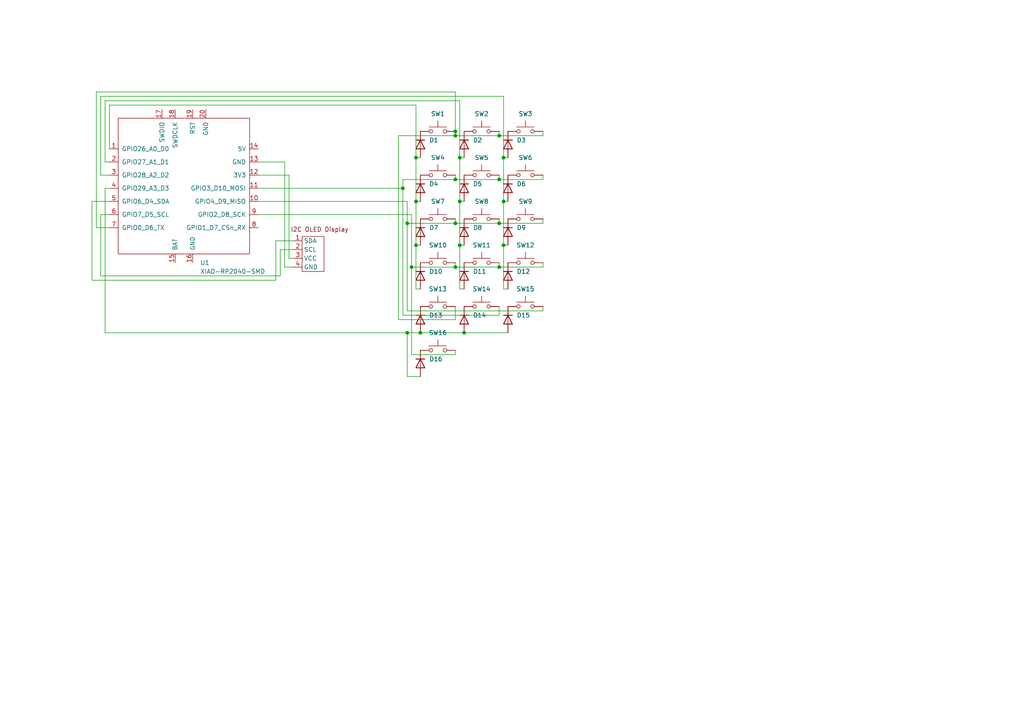
<source format=kicad_sch>
(kicad_sch
	(version 20250114)
	(generator "eeschema")
	(generator_version "9.0")
	(uuid "c66333fb-c18f-4882-b0db-7474aae46c63")
	(paper "A4")
	(lib_symbols
		(symbol "Diode:1N4148"
			(pin_numbers
				(hide yes)
			)
			(pin_names
				(hide yes)
			)
			(exclude_from_sim no)
			(in_bom yes)
			(on_board yes)
			(property "Reference" "D"
				(at 0 2.54 0)
				(effects
					(font
						(size 1.27 1.27)
					)
				)
			)
			(property "Value" "1N4148"
				(at 0 -2.54 0)
				(effects
					(font
						(size 1.27 1.27)
					)
				)
			)
			(property "Footprint" "Diode_THT:D_DO-35_SOD27_P7.62mm_Horizontal"
				(at 0 0 0)
				(effects
					(font
						(size 1.27 1.27)
					)
					(hide yes)
				)
			)
			(property "Datasheet" "https://assets.nexperia.com/documents/data-sheet/1N4148_1N4448.pdf"
				(at 0 0 0)
				(effects
					(font
						(size 1.27 1.27)
					)
					(hide yes)
				)
			)
			(property "Description" "100V 0.15A standard switching diode, DO-35"
				(at 0 0 0)
				(effects
					(font
						(size 1.27 1.27)
					)
					(hide yes)
				)
			)
			(property "Sim.Device" "D"
				(at 0 0 0)
				(effects
					(font
						(size 1.27 1.27)
					)
					(hide yes)
				)
			)
			(property "Sim.Pins" "1=K 2=A"
				(at 0 0 0)
				(effects
					(font
						(size 1.27 1.27)
					)
					(hide yes)
				)
			)
			(property "ki_keywords" "diode"
				(at 0 0 0)
				(effects
					(font
						(size 1.27 1.27)
					)
					(hide yes)
				)
			)
			(property "ki_fp_filters" "D*DO?35*"
				(at 0 0 0)
				(effects
					(font
						(size 1.27 1.27)
					)
					(hide yes)
				)
			)
			(symbol "1N4148_0_1"
				(polyline
					(pts
						(xy -1.27 1.27) (xy -1.27 -1.27)
					)
					(stroke
						(width 0.254)
						(type default)
					)
					(fill
						(type none)
					)
				)
				(polyline
					(pts
						(xy 1.27 1.27) (xy 1.27 -1.27) (xy -1.27 0) (xy 1.27 1.27)
					)
					(stroke
						(width 0.254)
						(type default)
					)
					(fill
						(type none)
					)
				)
				(polyline
					(pts
						(xy 1.27 0) (xy -1.27 0)
					)
					(stroke
						(width 0)
						(type default)
					)
					(fill
						(type none)
					)
				)
			)
			(symbol "1N4148_1_1"
				(pin passive line
					(at -3.81 0 0)
					(length 2.54)
					(name "K"
						(effects
							(font
								(size 1.27 1.27)
							)
						)
					)
					(number "1"
						(effects
							(font
								(size 1.27 1.27)
							)
						)
					)
				)
				(pin passive line
					(at 3.81 0 180)
					(length 2.54)
					(name "A"
						(effects
							(font
								(size 1.27 1.27)
							)
						)
					)
					(number "2"
						(effects
							(font
								(size 1.27 1.27)
							)
						)
					)
				)
			)
			(embedded_fonts no)
		)
		(symbol "I2C Display:I2C_OLED_0.91"
			(exclude_from_sim no)
			(in_bom yes)
			(on_board yes)
			(property "Reference" "U"
				(at 0 0 0)
				(effects
					(font
						(size 1.27 1.27)
					)
				)
			)
			(property "Value" ""
				(at 0 0 0)
				(effects
					(font
						(size 1.27 1.27)
					)
				)
			)
			(property "Footprint" ""
				(at 0 0 0)
				(effects
					(font
						(size 1.27 1.27)
					)
					(hide yes)
				)
			)
			(property "Datasheet" ""
				(at 0 0 0)
				(effects
					(font
						(size 1.27 1.27)
					)
					(hide yes)
				)
			)
			(property "Description" ""
				(at 0 0 0)
				(effects
					(font
						(size 1.27 1.27)
					)
					(hide yes)
				)
			)
			(symbol "I2C_OLED_0.91_0_1"
				(rectangle
					(start -5.08 10.16)
					(end 1.27 0)
					(stroke
						(width 0)
						(type default)
					)
					(fill
						(type none)
					)
				)
			)
			(symbol "I2C_OLED_0.91_1_1"
				(text "I2C OLED Display\n"
					(at 0 12.192 0)
					(effects
						(font
							(size 1.27 1.27)
						)
					)
				)
				(pin input line
					(at -7.62 8.89 0)
					(length 2.54)
					(name "SDA"
						(effects
							(font
								(size 1.27 1.27)
							)
						)
					)
					(number "1"
						(effects
							(font
								(size 1.27 1.27)
							)
						)
					)
				)
				(pin input line
					(at -7.62 6.35 0)
					(length 2.54)
					(name "SCL"
						(effects
							(font
								(size 1.27 1.27)
							)
						)
					)
					(number "2"
						(effects
							(font
								(size 1.27 1.27)
							)
						)
					)
				)
				(pin power_in line
					(at -7.62 3.81 0)
					(length 2.54)
					(name "VCC"
						(effects
							(font
								(size 1.27 1.27)
							)
						)
					)
					(number "3"
						(effects
							(font
								(size 1.27 1.27)
							)
						)
					)
				)
				(pin power_in line
					(at -7.62 1.27 0)
					(length 2.54)
					(name "GND"
						(effects
							(font
								(size 1.27 1.27)
							)
						)
					)
					(number "4"
						(effects
							(font
								(size 1.27 1.27)
							)
						)
					)
				)
			)
			(embedded_fonts no)
		)
		(symbol "OPL:XIAO-RP2040-SMD"
			(pin_names
				(offset 1.016)
			)
			(exclude_from_sim no)
			(in_bom yes)
			(on_board yes)
			(property "Reference" "U"
				(at -18.542 23.114 0)
				(effects
					(font
						(size 1.27 1.27)
					)
				)
			)
			(property "Value" "XIAO-RP2040-SMD"
				(at -8.382 21.336 0)
				(effects
					(font
						(size 1.27 1.27)
					)
				)
			)
			(property "Footprint" ""
				(at -8.89 5.08 0)
				(effects
					(font
						(size 1.27 1.27)
					)
					(hide yes)
				)
			)
			(property "Datasheet" ""
				(at -8.89 5.08 0)
				(effects
					(font
						(size 1.27 1.27)
					)
					(hide yes)
				)
			)
			(property "Description" ""
				(at 0 0 0)
				(effects
					(font
						(size 1.27 1.27)
					)
					(hide yes)
				)
			)
			(symbol "XIAO-RP2040-SMD_0_1"
				(rectangle
					(start 19.05 -19.05)
					(end -19.05 20.32)
					(stroke
						(width 0)
						(type default)
					)
					(fill
						(type none)
					)
				)
			)
			(symbol "XIAO-RP2040-SMD_1_1"
				(pin passive line
					(at -21.59 11.43 0)
					(length 2.54)
					(name "GPIO26_A0_D0"
						(effects
							(font
								(size 1.27 1.27)
							)
						)
					)
					(number "1"
						(effects
							(font
								(size 1.27 1.27)
							)
						)
					)
				)
				(pin passive line
					(at -21.59 7.62 0)
					(length 2.54)
					(name "GPIO27_A1_D1"
						(effects
							(font
								(size 1.27 1.27)
							)
						)
					)
					(number "2"
						(effects
							(font
								(size 1.27 1.27)
							)
						)
					)
				)
				(pin passive line
					(at -21.59 3.81 0)
					(length 2.54)
					(name "GPIO28_A2_D2"
						(effects
							(font
								(size 1.27 1.27)
							)
						)
					)
					(number "3"
						(effects
							(font
								(size 1.27 1.27)
							)
						)
					)
				)
				(pin passive line
					(at -21.59 0 0)
					(length 2.54)
					(name "GPIO29_A3_D3"
						(effects
							(font
								(size 1.27 1.27)
							)
						)
					)
					(number "4"
						(effects
							(font
								(size 1.27 1.27)
							)
						)
					)
				)
				(pin passive line
					(at -21.59 -3.81 0)
					(length 2.54)
					(name "GPIO6_D4_SDA"
						(effects
							(font
								(size 1.27 1.27)
							)
						)
					)
					(number "5"
						(effects
							(font
								(size 1.27 1.27)
							)
						)
					)
				)
				(pin passive line
					(at -21.59 -7.62 0)
					(length 2.54)
					(name "GPIO7_D5_SCL"
						(effects
							(font
								(size 1.27 1.27)
							)
						)
					)
					(number "6"
						(effects
							(font
								(size 1.27 1.27)
							)
						)
					)
				)
				(pin passive line
					(at -21.59 -11.43 0)
					(length 2.54)
					(name "GPIO0_D6_TX"
						(effects
							(font
								(size 1.27 1.27)
							)
						)
					)
					(number "7"
						(effects
							(font
								(size 1.27 1.27)
							)
						)
					)
				)
				(pin passive line
					(at -6.35 22.86 270)
					(length 2.54)
					(name "SWDIO"
						(effects
							(font
								(size 1.27 1.27)
							)
						)
					)
					(number "17"
						(effects
							(font
								(size 1.27 1.27)
							)
						)
					)
				)
				(pin passive line
					(at -2.54 22.86 270)
					(length 2.54)
					(name "SWDCLK"
						(effects
							(font
								(size 1.27 1.27)
							)
						)
					)
					(number "18"
						(effects
							(font
								(size 1.27 1.27)
							)
						)
					)
				)
				(pin passive line
					(at -2.54 -21.59 90)
					(length 2.54)
					(name "BAT"
						(effects
							(font
								(size 1.27 1.27)
							)
						)
					)
					(number "15"
						(effects
							(font
								(size 1.27 1.27)
							)
						)
					)
				)
				(pin passive line
					(at 2.54 22.86 270)
					(length 2.54)
					(name "RST"
						(effects
							(font
								(size 1.27 1.27)
							)
						)
					)
					(number "19"
						(effects
							(font
								(size 1.27 1.27)
							)
						)
					)
				)
				(pin passive line
					(at 2.54 -21.59 90)
					(length 2.54)
					(name "GND"
						(effects
							(font
								(size 1.27 1.27)
							)
						)
					)
					(number "16"
						(effects
							(font
								(size 1.27 1.27)
							)
						)
					)
				)
				(pin passive line
					(at 6.35 22.86 270)
					(length 2.54)
					(name "GND"
						(effects
							(font
								(size 1.27 1.27)
							)
						)
					)
					(number "20"
						(effects
							(font
								(size 1.27 1.27)
							)
						)
					)
				)
				(pin passive line
					(at 21.59 11.43 180)
					(length 2.54)
					(name "5V"
						(effects
							(font
								(size 1.27 1.27)
							)
						)
					)
					(number "14"
						(effects
							(font
								(size 1.27 1.27)
							)
						)
					)
				)
				(pin passive line
					(at 21.59 7.62 180)
					(length 2.54)
					(name "GND"
						(effects
							(font
								(size 1.27 1.27)
							)
						)
					)
					(number "13"
						(effects
							(font
								(size 1.27 1.27)
							)
						)
					)
				)
				(pin passive line
					(at 21.59 3.81 180)
					(length 2.54)
					(name "3V3"
						(effects
							(font
								(size 1.27 1.27)
							)
						)
					)
					(number "12"
						(effects
							(font
								(size 1.27 1.27)
							)
						)
					)
				)
				(pin passive line
					(at 21.59 0 180)
					(length 2.54)
					(name "GPIO3_D10_MOSI"
						(effects
							(font
								(size 1.27 1.27)
							)
						)
					)
					(number "11"
						(effects
							(font
								(size 1.27 1.27)
							)
						)
					)
				)
				(pin passive line
					(at 21.59 -3.81 180)
					(length 2.54)
					(name "GPIO4_D9_MISO"
						(effects
							(font
								(size 1.27 1.27)
							)
						)
					)
					(number "10"
						(effects
							(font
								(size 1.27 1.27)
							)
						)
					)
				)
				(pin passive line
					(at 21.59 -7.62 180)
					(length 2.54)
					(name "GPIO2_D8_SCK"
						(effects
							(font
								(size 1.27 1.27)
							)
						)
					)
					(number "9"
						(effects
							(font
								(size 1.27 1.27)
							)
						)
					)
				)
				(pin passive line
					(at 21.59 -11.43 180)
					(length 2.54)
					(name "GPIO1_D7_CSn_RX"
						(effects
							(font
								(size 1.27 1.27)
							)
						)
					)
					(number "8"
						(effects
							(font
								(size 1.27 1.27)
							)
						)
					)
				)
			)
			(embedded_fonts no)
		)
		(symbol "Switch:SW_Push"
			(pin_numbers
				(hide yes)
			)
			(pin_names
				(offset 1.016)
				(hide yes)
			)
			(exclude_from_sim no)
			(in_bom yes)
			(on_board yes)
			(property "Reference" "SW"
				(at 1.27 2.54 0)
				(effects
					(font
						(size 1.27 1.27)
					)
					(justify left)
				)
			)
			(property "Value" "SW_Push"
				(at 0 -1.524 0)
				(effects
					(font
						(size 1.27 1.27)
					)
				)
			)
			(property "Footprint" ""
				(at 0 5.08 0)
				(effects
					(font
						(size 1.27 1.27)
					)
					(hide yes)
				)
			)
			(property "Datasheet" "~"
				(at 0 5.08 0)
				(effects
					(font
						(size 1.27 1.27)
					)
					(hide yes)
				)
			)
			(property "Description" "Push button switch, generic, two pins"
				(at 0 0 0)
				(effects
					(font
						(size 1.27 1.27)
					)
					(hide yes)
				)
			)
			(property "ki_keywords" "switch normally-open pushbutton push-button"
				(at 0 0 0)
				(effects
					(font
						(size 1.27 1.27)
					)
					(hide yes)
				)
			)
			(symbol "SW_Push_0_1"
				(circle
					(center -2.032 0)
					(radius 0.508)
					(stroke
						(width 0)
						(type default)
					)
					(fill
						(type none)
					)
				)
				(polyline
					(pts
						(xy 0 1.27) (xy 0 3.048)
					)
					(stroke
						(width 0)
						(type default)
					)
					(fill
						(type none)
					)
				)
				(circle
					(center 2.032 0)
					(radius 0.508)
					(stroke
						(width 0)
						(type default)
					)
					(fill
						(type none)
					)
				)
				(polyline
					(pts
						(xy 2.54 1.27) (xy -2.54 1.27)
					)
					(stroke
						(width 0)
						(type default)
					)
					(fill
						(type none)
					)
				)
				(pin passive line
					(at -5.08 0 0)
					(length 2.54)
					(name "1"
						(effects
							(font
								(size 1.27 1.27)
							)
						)
					)
					(number "1"
						(effects
							(font
								(size 1.27 1.27)
							)
						)
					)
				)
				(pin passive line
					(at 5.08 0 180)
					(length 2.54)
					(name "2"
						(effects
							(font
								(size 1.27 1.27)
							)
						)
					)
					(number "2"
						(effects
							(font
								(size 1.27 1.27)
							)
						)
					)
				)
			)
			(embedded_fonts no)
		)
	)
	(junction
		(at 133.35 71.12)
		(diameter 0)
		(color 0 0 0 0)
		(uuid "082b6891-99e4-421b-b38b-ea7cafeb8281")
	)
	(junction
		(at 144.78 64.77)
		(diameter 0)
		(color 0 0 0 0)
		(uuid "0ba30ab7-2327-4662-a07b-07e3e8a95189")
	)
	(junction
		(at 144.78 77.47)
		(diameter 0)
		(color 0 0 0 0)
		(uuid "180291fd-b501-4e91-95a0-d2a45aab7a9c")
	)
	(junction
		(at 144.78 52.07)
		(diameter 0)
		(color 0 0 0 0)
		(uuid "18c37c39-d148-4235-b489-a60b8e7fc59d")
	)
	(junction
		(at 120.65 45.72)
		(diameter 0)
		(color 0 0 0 0)
		(uuid "3b384f5a-6b25-4ea0-ad76-c125ce219d45")
	)
	(junction
		(at 120.65 71.12)
		(diameter 0)
		(color 0 0 0 0)
		(uuid "3e37bd25-e7c7-4021-9709-60323c01fb4a")
	)
	(junction
		(at 133.35 45.72)
		(diameter 0)
		(color 0 0 0 0)
		(uuid "3f5fcc7e-b456-4bb2-b616-a02cda12a0c4")
	)
	(junction
		(at 118.11 96.52)
		(diameter 0)
		(color 0 0 0 0)
		(uuid "47a81ee5-7c74-4d38-b9a6-e1761cd9d52e")
	)
	(junction
		(at 144.78 39.37)
		(diameter 0)
		(color 0 0 0 0)
		(uuid "5e7a433a-e262-4816-8ff2-0030604dc226")
	)
	(junction
		(at 146.05 71.12)
		(diameter 0)
		(color 0 0 0 0)
		(uuid "68f6f0d4-34bc-44dd-8369-53258edb99e2")
	)
	(junction
		(at 132.08 39.37)
		(diameter 0)
		(color 0 0 0 0)
		(uuid "6d4148e3-226f-413f-a020-356890c85c37")
	)
	(junction
		(at 146.05 45.72)
		(diameter 0)
		(color 0 0 0 0)
		(uuid "7af66c7e-824a-4d58-9a4b-5481ef776571")
	)
	(junction
		(at 118.11 64.77)
		(diameter 0)
		(color 0 0 0 0)
		(uuid "7f9b50fb-5167-4ce9-8634-69ab72ef5932")
	)
	(junction
		(at 132.08 38.1)
		(diameter 0)
		(color 0 0 0 0)
		(uuid "7f9d6cec-f782-4a21-b8e0-25091eee3ee2")
	)
	(junction
		(at 132.08 64.77)
		(diameter 0)
		(color 0 0 0 0)
		(uuid "865cf042-446c-4b44-bd97-e054749b2449")
	)
	(junction
		(at 116.84 54.61)
		(diameter 0)
		(color 0 0 0 0)
		(uuid "91e18f6b-f004-4b61-9a7d-b0c0521bcc9f")
	)
	(junction
		(at 132.08 77.47)
		(diameter 0)
		(color 0 0 0 0)
		(uuid "9c4d0446-3ad9-4a11-a495-deefdf17a437")
	)
	(junction
		(at 146.05 58.42)
		(diameter 0)
		(color 0 0 0 0)
		(uuid "a0c2bde2-8f3f-4875-a276-e706f9403564")
	)
	(junction
		(at 119.38 77.47)
		(diameter 0)
		(color 0 0 0 0)
		(uuid "c75eb003-7eec-4dd2-9f59-0a0f954ec616")
	)
	(junction
		(at 134.62 96.52)
		(diameter 0)
		(color 0 0 0 0)
		(uuid "cc0a7b99-2c33-43ee-b1c1-3ad075d48535")
	)
	(junction
		(at 120.65 58.42)
		(diameter 0)
		(color 0 0 0 0)
		(uuid "cc5d0f37-00a9-4696-9bf1-4dba7bf7700b")
	)
	(junction
		(at 121.92 96.52)
		(diameter 0)
		(color 0 0 0 0)
		(uuid "de864f7e-df47-43d6-bb57-895f0e55e69c")
	)
	(junction
		(at 133.35 58.42)
		(diameter 0)
		(color 0 0 0 0)
		(uuid "ed8f1541-693f-4b2c-ac80-3c33c7236481")
	)
	(junction
		(at 132.08 52.07)
		(diameter 0)
		(color 0 0 0 0)
		(uuid "fe964ac8-5ef8-4edb-a8d4-46452578726d")
	)
	(wire
		(pts
			(xy 147.32 83.82) (xy 146.05 83.82)
		)
		(stroke
			(width 0)
			(type default)
		)
		(uuid "0116aad7-67e9-405a-be23-54feb75f583e")
	)
	(wire
		(pts
			(xy 26.67 58.42) (xy 31.75 58.42)
		)
		(stroke
			(width 0)
			(type default)
		)
		(uuid "01315329-c9fd-41cc-a36c-b4e865ef936c")
	)
	(wire
		(pts
			(xy 134.62 96.52) (xy 147.32 96.52)
		)
		(stroke
			(width 0)
			(type default)
		)
		(uuid "01342cbf-25ab-4653-9d26-fa89137754fc")
	)
	(wire
		(pts
			(xy 74.93 46.99) (xy 82.55 46.99)
		)
		(stroke
			(width 0)
			(type default)
		)
		(uuid "0378f385-6bf4-4e5c-81bb-759f684fbee9")
	)
	(wire
		(pts
			(xy 132.08 92.71) (xy 132.08 88.9)
		)
		(stroke
			(width 0)
			(type default)
		)
		(uuid "0427d05b-5a79-4581-9ca6-e6b9a00bb226")
	)
	(wire
		(pts
			(xy 81.28 80.01) (xy 29.21 80.01)
		)
		(stroke
			(width 0)
			(type default)
		)
		(uuid "0927fe08-fa70-44a5-8804-ca5f491248e6")
	)
	(wire
		(pts
			(xy 133.35 29.21) (xy 133.35 45.72)
		)
		(stroke
			(width 0)
			(type default)
		)
		(uuid "09a627b2-9e63-40d4-b9ff-a1b9188a0935")
	)
	(wire
		(pts
			(xy 121.92 96.52) (xy 118.11 96.52)
		)
		(stroke
			(width 0)
			(type default)
		)
		(uuid "0f3cff10-8f30-4b1a-8128-d4aa76c0a066")
	)
	(wire
		(pts
			(xy 82.55 77.47) (xy 85.09 77.47)
		)
		(stroke
			(width 0)
			(type default)
		)
		(uuid "12ca9ed5-3722-40f8-babd-02091b07a898")
	)
	(wire
		(pts
			(xy 29.21 80.01) (xy 29.21 62.23)
		)
		(stroke
			(width 0)
			(type default)
		)
		(uuid "16877e84-13ae-48cb-a9e1-7e8f67f67303")
	)
	(wire
		(pts
			(xy 144.78 39.37) (xy 144.78 38.1)
		)
		(stroke
			(width 0)
			(type default)
		)
		(uuid "16ed9be9-7a73-4f6c-a6d5-d2814873a47c")
	)
	(wire
		(pts
			(xy 30.48 96.52) (xy 118.11 96.52)
		)
		(stroke
			(width 0)
			(type default)
		)
		(uuid "1787a3c4-6b5f-4877-a5d5-82c05a738512")
	)
	(wire
		(pts
			(xy 120.65 58.42) (xy 121.92 58.42)
		)
		(stroke
			(width 0)
			(type default)
		)
		(uuid "1a0681cc-e4ae-45b6-a958-925825bffd65")
	)
	(wire
		(pts
			(xy 119.38 62.23) (xy 119.38 77.47)
		)
		(stroke
			(width 0)
			(type default)
		)
		(uuid "1b97f76e-bdd4-4c6c-92b1-c407a3344616")
	)
	(wire
		(pts
			(xy 132.08 26.67) (xy 132.08 38.1)
		)
		(stroke
			(width 0)
			(type default)
		)
		(uuid "1e016cdc-1948-49e9-9bb0-8a3c590a7049")
	)
	(wire
		(pts
			(xy 31.75 66.04) (xy 27.94 66.04)
		)
		(stroke
			(width 0)
			(type default)
		)
		(uuid "20d40da5-9958-4f7f-8d32-50f61e17d54a")
	)
	(wire
		(pts
			(xy 83.82 50.8) (xy 83.82 74.93)
		)
		(stroke
			(width 0)
			(type default)
		)
		(uuid "22b8f780-78a1-4cd5-9d66-d19e55dab28f")
	)
	(wire
		(pts
			(xy 134.62 45.72) (xy 133.35 45.72)
		)
		(stroke
			(width 0)
			(type default)
		)
		(uuid "258820e2-f8d8-4ca9-8348-33e4963eab2d")
	)
	(wire
		(pts
			(xy 85.09 72.39) (xy 81.28 72.39)
		)
		(stroke
			(width 0)
			(type default)
		)
		(uuid "26c047d0-9a02-41d3-a773-7a49ce84378f")
	)
	(wire
		(pts
			(xy 132.08 39.37) (xy 144.78 39.37)
		)
		(stroke
			(width 0)
			(type default)
		)
		(uuid "27281111-1567-4254-96d3-ebc2773a1f01")
	)
	(wire
		(pts
			(xy 157.48 77.47) (xy 144.78 77.47)
		)
		(stroke
			(width 0)
			(type default)
		)
		(uuid "27583ae5-6945-4df7-a75d-e19433a3800b")
	)
	(wire
		(pts
			(xy 132.08 64.77) (xy 144.78 64.77)
		)
		(stroke
			(width 0)
			(type default)
		)
		(uuid "292268c3-85fb-4eac-83a8-dadbdadc640b")
	)
	(wire
		(pts
			(xy 27.94 66.04) (xy 27.94 26.67)
		)
		(stroke
			(width 0)
			(type default)
		)
		(uuid "299084bc-53ff-4251-ad38-713ec72f77b1")
	)
	(wire
		(pts
			(xy 157.48 90.17) (xy 157.48 88.9)
		)
		(stroke
			(width 0)
			(type default)
		)
		(uuid "360ab5c5-6327-4989-af4b-bac95f0bb2bd")
	)
	(wire
		(pts
			(xy 121.92 96.52) (xy 134.62 96.52)
		)
		(stroke
			(width 0)
			(type default)
		)
		(uuid "38337c15-e8ee-4fdb-8139-57a476c90187")
	)
	(wire
		(pts
			(xy 144.78 52.07) (xy 157.48 52.07)
		)
		(stroke
			(width 0)
			(type default)
		)
		(uuid "3d07e636-f649-4fff-ad72-c6d1768689e9")
	)
	(wire
		(pts
			(xy 120.65 71.12) (xy 120.65 83.82)
		)
		(stroke
			(width 0)
			(type default)
		)
		(uuid "3d38bee1-5548-4c17-9e94-b7984cc1d944")
	)
	(wire
		(pts
			(xy 133.35 45.72) (xy 133.35 58.42)
		)
		(stroke
			(width 0)
			(type default)
		)
		(uuid "3f0cc369-6f48-479a-b35d-23879a40ecc0")
	)
	(wire
		(pts
			(xy 144.78 39.37) (xy 157.48 39.37)
		)
		(stroke
			(width 0)
			(type default)
		)
		(uuid "41e691b5-f2b6-4cee-b8aa-0dd86a6d5614")
	)
	(wire
		(pts
			(xy 120.65 30.48) (xy 120.65 45.72)
		)
		(stroke
			(width 0)
			(type default)
		)
		(uuid "45f14e24-4540-4c26-9988-0b3151144ff8")
	)
	(wire
		(pts
			(xy 118.11 90.17) (xy 157.48 90.17)
		)
		(stroke
			(width 0)
			(type default)
		)
		(uuid "46684539-5e20-4c2e-abef-6b9f7166e3cb")
	)
	(wire
		(pts
			(xy 30.48 54.61) (xy 30.48 96.52)
		)
		(stroke
			(width 0)
			(type default)
		)
		(uuid "4a7b2d80-b803-4045-9f1e-f4cd4f27e3c1")
	)
	(wire
		(pts
			(xy 144.78 91.44) (xy 144.78 88.9)
		)
		(stroke
			(width 0)
			(type default)
		)
		(uuid "4d6cf720-0b6f-4859-96d6-f2aa70f441dd")
	)
	(wire
		(pts
			(xy 133.35 58.42) (xy 134.62 58.42)
		)
		(stroke
			(width 0)
			(type default)
		)
		(uuid "4e28ac4f-64d8-4af1-8bd2-e597b060c5ab")
	)
	(wire
		(pts
			(xy 146.05 71.12) (xy 147.32 71.12)
		)
		(stroke
			(width 0)
			(type default)
		)
		(uuid "534dcdc3-1d3b-4617-9fbb-e909eee32dbf")
	)
	(wire
		(pts
			(xy 31.75 54.61) (xy 30.48 54.61)
		)
		(stroke
			(width 0)
			(type default)
		)
		(uuid "53f12a5d-a4c1-404b-85e8-48466e182d21")
	)
	(wire
		(pts
			(xy 146.05 71.12) (xy 146.05 58.42)
		)
		(stroke
			(width 0)
			(type default)
		)
		(uuid "54226cfc-49ea-4d20-9ac5-1bc3746aa0d4")
	)
	(wire
		(pts
			(xy 132.08 52.07) (xy 116.84 52.07)
		)
		(stroke
			(width 0)
			(type default)
		)
		(uuid "5baab727-2c4c-4d21-968b-cb9cdf016707")
	)
	(wire
		(pts
			(xy 30.48 29.21) (xy 133.35 29.21)
		)
		(stroke
			(width 0)
			(type default)
		)
		(uuid "5c760740-5793-4b0e-8bc9-1145cec4f1dc")
	)
	(wire
		(pts
			(xy 115.57 39.37) (xy 115.57 92.71)
		)
		(stroke
			(width 0)
			(type default)
		)
		(uuid "5d8ddf21-01c1-424f-9506-1768f7228047")
	)
	(wire
		(pts
			(xy 82.55 46.99) (xy 82.55 77.47)
		)
		(stroke
			(width 0)
			(type default)
		)
		(uuid "5e2be3df-b7b4-42dc-992d-abe164987aae")
	)
	(wire
		(pts
			(xy 144.78 77.47) (xy 132.08 77.47)
		)
		(stroke
			(width 0)
			(type default)
		)
		(uuid "607dd478-4415-4547-afa2-ebceb47bc1af")
	)
	(wire
		(pts
			(xy 132.08 63.5) (xy 132.08 64.77)
		)
		(stroke
			(width 0)
			(type default)
		)
		(uuid "614fe7fc-a961-4440-95cb-e8b86621c172")
	)
	(wire
		(pts
			(xy 120.65 71.12) (xy 121.92 71.12)
		)
		(stroke
			(width 0)
			(type default)
		)
		(uuid "6687330a-d5ec-4dc3-a4d1-9807efa563f2")
	)
	(wire
		(pts
			(xy 133.35 83.82) (xy 134.62 83.82)
		)
		(stroke
			(width 0)
			(type default)
		)
		(uuid "68af5540-b7d7-4a30-be27-579fb79a7f79")
	)
	(wire
		(pts
			(xy 29.21 27.94) (xy 29.21 50.8)
		)
		(stroke
			(width 0)
			(type default)
		)
		(uuid "69105c7c-397a-4bff-86dd-d6c0c60a9989")
	)
	(wire
		(pts
			(xy 118.11 64.77) (xy 118.11 90.17)
		)
		(stroke
			(width 0)
			(type default)
		)
		(uuid "6d8850ac-eee4-4a53-8d4d-4f1875989ed0")
	)
	(wire
		(pts
			(xy 31.75 43.18) (xy 31.75 30.48)
		)
		(stroke
			(width 0)
			(type default)
		)
		(uuid "6e5e6123-5957-47e1-a18d-b3b65e849414")
	)
	(wire
		(pts
			(xy 144.78 64.77) (xy 157.48 64.77)
		)
		(stroke
			(width 0)
			(type default)
		)
		(uuid "6f6742fc-de01-4344-8719-7b1787eeb4fa")
	)
	(wire
		(pts
			(xy 118.11 109.22) (xy 121.92 109.22)
		)
		(stroke
			(width 0)
			(type default)
		)
		(uuid "70706acb-da26-4f09-8ca4-77e4d70579d3")
	)
	(wire
		(pts
			(xy 133.35 71.12) (xy 134.62 71.12)
		)
		(stroke
			(width 0)
			(type default)
		)
		(uuid "71bf5689-ed5e-4ccc-8564-00d6b8f3b722")
	)
	(wire
		(pts
			(xy 118.11 58.42) (xy 118.11 64.77)
		)
		(stroke
			(width 0)
			(type default)
		)
		(uuid "79fc9263-3a86-472f-b5ad-e722201d07fb")
	)
	(wire
		(pts
			(xy 120.65 83.82) (xy 121.92 83.82)
		)
		(stroke
			(width 0)
			(type default)
		)
		(uuid "7acc5ac6-8ad7-40ae-9d57-0c1469e63de4")
	)
	(wire
		(pts
			(xy 85.09 69.85) (xy 80.01 69.85)
		)
		(stroke
			(width 0)
			(type default)
		)
		(uuid "7cc33465-b6b7-461f-9626-712a3ab82016")
	)
	(wire
		(pts
			(xy 121.92 45.72) (xy 120.65 45.72)
		)
		(stroke
			(width 0)
			(type default)
		)
		(uuid "7d9badf3-bf50-4dd1-b977-66fe76d76ade")
	)
	(wire
		(pts
			(xy 74.93 50.8) (xy 83.82 50.8)
		)
		(stroke
			(width 0)
			(type default)
		)
		(uuid "7eaeb8a5-6505-461b-a61e-e04717eaf335")
	)
	(wire
		(pts
			(xy 30.48 46.99) (xy 30.48 29.21)
		)
		(stroke
			(width 0)
			(type default)
		)
		(uuid "8affd090-d5b6-4142-813b-4fee16762082")
	)
	(wire
		(pts
			(xy 27.94 26.67) (xy 132.08 26.67)
		)
		(stroke
			(width 0)
			(type default)
		)
		(uuid "8c9e58a9-9165-4965-a2fd-643ab0eec20f")
	)
	(wire
		(pts
			(xy 146.05 27.94) (xy 29.21 27.94)
		)
		(stroke
			(width 0)
			(type default)
		)
		(uuid "989a5efe-938a-4d32-896c-4b6894ad349d")
	)
	(wire
		(pts
			(xy 132.08 50.8) (xy 132.08 52.07)
		)
		(stroke
			(width 0)
			(type default)
		)
		(uuid "99a89b65-5acf-4685-a7ce-78ac3d454676")
	)
	(wire
		(pts
			(xy 133.35 71.12) (xy 133.35 83.82)
		)
		(stroke
			(width 0)
			(type default)
		)
		(uuid "9f796c12-372b-4ff1-87c4-7fed284f24e0")
	)
	(wire
		(pts
			(xy 80.01 69.85) (xy 80.01 81.28)
		)
		(stroke
			(width 0)
			(type default)
		)
		(uuid "a07147ed-fd9c-4081-87e6-4edce24fca46")
	)
	(wire
		(pts
			(xy 146.05 45.72) (xy 146.05 27.94)
		)
		(stroke
			(width 0)
			(type default)
		)
		(uuid "a4216504-5693-48b5-af8f-c3b9b6cc0d99")
	)
	(wire
		(pts
			(xy 146.05 58.42) (xy 147.32 58.42)
		)
		(stroke
			(width 0)
			(type default)
		)
		(uuid "a693fecc-d168-4cfd-829f-adf2d99c4806")
	)
	(wire
		(pts
			(xy 31.75 46.99) (xy 30.48 46.99)
		)
		(stroke
			(width 0)
			(type default)
		)
		(uuid "a6b01199-c966-4441-a372-ba6a2d614f30")
	)
	(wire
		(pts
			(xy 132.08 102.87) (xy 132.08 101.6)
		)
		(stroke
			(width 0)
			(type default)
		)
		(uuid "a6ba1510-0809-4353-992b-9dcb9a40c76f")
	)
	(wire
		(pts
			(xy 157.48 64.77) (xy 157.48 63.5)
		)
		(stroke
			(width 0)
			(type default)
		)
		(uuid "a7fb14c1-2e13-43fd-9f2d-48b95fb80f2b")
	)
	(wire
		(pts
			(xy 132.08 77.47) (xy 132.08 76.2)
		)
		(stroke
			(width 0)
			(type default)
		)
		(uuid "aae1b18d-09f2-4f2a-8f3d-55f9f4f2b450")
	)
	(wire
		(pts
			(xy 120.65 58.42) (xy 120.65 71.12)
		)
		(stroke
			(width 0)
			(type default)
		)
		(uuid "ab6c54c7-51ed-4452-88c0-03d5cd61e55e")
	)
	(wire
		(pts
			(xy 74.93 62.23) (xy 119.38 62.23)
		)
		(stroke
			(width 0)
			(type default)
		)
		(uuid "abc88a14-05e4-4a48-8efc-a2127dee1ba6")
	)
	(wire
		(pts
			(xy 81.28 72.39) (xy 81.28 80.01)
		)
		(stroke
			(width 0)
			(type default)
		)
		(uuid "ad8b0006-5855-4c79-a6f9-1cfc0978b4aa")
	)
	(wire
		(pts
			(xy 29.21 50.8) (xy 31.75 50.8)
		)
		(stroke
			(width 0)
			(type default)
		)
		(uuid "b075f3fb-8de6-44b8-a295-fb461affbf70")
	)
	(wire
		(pts
			(xy 74.93 58.42) (xy 118.11 58.42)
		)
		(stroke
			(width 0)
			(type default)
		)
		(uuid "b4431a49-9b74-42e6-90a3-f78b864eb8d3")
	)
	(wire
		(pts
			(xy 31.75 30.48) (xy 120.65 30.48)
		)
		(stroke
			(width 0)
			(type default)
		)
		(uuid "b58e5a5e-40a6-4900-b1a5-9e8db31844ce")
	)
	(wire
		(pts
			(xy 144.78 52.07) (xy 132.08 52.07)
		)
		(stroke
			(width 0)
			(type default)
		)
		(uuid "b6957e8b-7b32-4607-8981-87112e202d02")
	)
	(wire
		(pts
			(xy 132.08 64.77) (xy 118.11 64.77)
		)
		(stroke
			(width 0)
			(type default)
		)
		(uuid "b9d7878b-80d9-4a7c-85fd-d3f9578558fd")
	)
	(wire
		(pts
			(xy 144.78 64.77) (xy 144.78 63.5)
		)
		(stroke
			(width 0)
			(type default)
		)
		(uuid "bfd9d4aa-a864-497f-b06d-6fcd1707de0b")
	)
	(wire
		(pts
			(xy 132.08 77.47) (xy 119.38 77.47)
		)
		(stroke
			(width 0)
			(type default)
		)
		(uuid "c80a12c7-a599-457a-8db8-46d4d62800e9")
	)
	(wire
		(pts
			(xy 115.57 39.37) (xy 132.08 39.37)
		)
		(stroke
			(width 0)
			(type default)
		)
		(uuid "c9ca7ed1-89c4-4ae3-aea1-e0aef5a95239")
	)
	(wire
		(pts
			(xy 120.65 45.72) (xy 120.65 58.42)
		)
		(stroke
			(width 0)
			(type default)
		)
		(uuid "cc6e543f-6f1a-40dc-9a22-a00405bea517")
	)
	(wire
		(pts
			(xy 119.38 102.87) (xy 132.08 102.87)
		)
		(stroke
			(width 0)
			(type default)
		)
		(uuid "d1dc8d69-04d9-4192-bd51-6394bda1c2a4")
	)
	(wire
		(pts
			(xy 118.11 96.52) (xy 118.11 109.22)
		)
		(stroke
			(width 0)
			(type default)
		)
		(uuid "d20ea869-3f2f-4a67-99b1-83f27ee4c4c6")
	)
	(wire
		(pts
			(xy 80.01 81.28) (xy 26.67 81.28)
		)
		(stroke
			(width 0)
			(type default)
		)
		(uuid "d22ab1b8-f58f-4727-88d4-fb2ba8b1868f")
	)
	(wire
		(pts
			(xy 115.57 92.71) (xy 132.08 92.71)
		)
		(stroke
			(width 0)
			(type default)
		)
		(uuid "d402cd40-f74e-4b1b-81c0-35028eaef7c9")
	)
	(wire
		(pts
			(xy 116.84 91.44) (xy 144.78 91.44)
		)
		(stroke
			(width 0)
			(type default)
		)
		(uuid "d6258e60-9802-4046-bd0e-193a2f49dcde")
	)
	(wire
		(pts
			(xy 29.21 62.23) (xy 31.75 62.23)
		)
		(stroke
			(width 0)
			(type default)
		)
		(uuid "de636fee-b99f-4300-9c39-ca32af14d9dc")
	)
	(wire
		(pts
			(xy 26.67 81.28) (xy 26.67 58.42)
		)
		(stroke
			(width 0)
			(type default)
		)
		(uuid "de731e72-c319-4549-9e82-e30c4f3234ff")
	)
	(wire
		(pts
			(xy 74.93 54.61) (xy 116.84 54.61)
		)
		(stroke
			(width 0)
			(type default)
		)
		(uuid "df1466a6-7560-40e6-8669-52f261484e9f")
	)
	(wire
		(pts
			(xy 116.84 54.61) (xy 116.84 91.44)
		)
		(stroke
			(width 0)
			(type default)
		)
		(uuid "df7c8336-6863-4882-815c-ef62c1a313d9")
	)
	(wire
		(pts
			(xy 146.05 83.82) (xy 146.05 71.12)
		)
		(stroke
			(width 0)
			(type default)
		)
		(uuid "e1e08274-b3ea-4270-9999-3549a6781380")
	)
	(wire
		(pts
			(xy 146.05 58.42) (xy 146.05 45.72)
		)
		(stroke
			(width 0)
			(type default)
		)
		(uuid "e6f60f59-ab55-40ce-892f-88c3a4fa3a1a")
	)
	(wire
		(pts
			(xy 116.84 52.07) (xy 116.84 54.61)
		)
		(stroke
			(width 0)
			(type default)
		)
		(uuid "eac4661c-2d11-49e7-b8a9-fd8db3807a15")
	)
	(wire
		(pts
			(xy 133.35 58.42) (xy 133.35 71.12)
		)
		(stroke
			(width 0)
			(type default)
		)
		(uuid "ef714347-ba9e-49b9-b184-031c65c4efa5")
	)
	(wire
		(pts
			(xy 157.48 76.2) (xy 157.48 77.47)
		)
		(stroke
			(width 0)
			(type default)
		)
		(uuid "ef72acc1-49d4-4eb8-95fd-b05460c1d907")
	)
	(wire
		(pts
			(xy 157.48 52.07) (xy 157.48 50.8)
		)
		(stroke
			(width 0)
			(type default)
		)
		(uuid "f11a68d3-b3a5-42eb-8480-94d2b94a0560")
	)
	(wire
		(pts
			(xy 144.78 77.47) (xy 144.78 76.2)
		)
		(stroke
			(width 0)
			(type default)
		)
		(uuid "f3201331-616e-4137-b637-22b414b077f2")
	)
	(wire
		(pts
			(xy 146.05 45.72) (xy 147.32 45.72)
		)
		(stroke
			(width 0)
			(type default)
		)
		(uuid "f415148a-238d-44b2-b8e9-6e887ac97d7d")
	)
	(wire
		(pts
			(xy 144.78 50.8) (xy 144.78 52.07)
		)
		(stroke
			(width 0)
			(type default)
		)
		(uuid "f72c3fda-6442-4a30-b885-d172885802ed")
	)
	(wire
		(pts
			(xy 119.38 77.47) (xy 119.38 102.87)
		)
		(stroke
			(width 0)
			(type default)
		)
		(uuid "f7d10a05-8fa0-4004-a320-d940589b0015")
	)
	(wire
		(pts
			(xy 83.82 74.93) (xy 85.09 74.93)
		)
		(stroke
			(width 0)
			(type default)
		)
		(uuid "fa8b8652-9784-4bec-8fa2-6e42d7296fbe")
	)
	(wire
		(pts
			(xy 132.08 38.1) (xy 132.08 39.37)
		)
		(stroke
			(width 0)
			(type default)
		)
		(uuid "fc8ad051-0460-41ac-b480-d0d09d63d7dc")
	)
	(wire
		(pts
			(xy 157.48 39.37) (xy 157.48 38.1)
		)
		(stroke
			(width 0)
			(type default)
		)
		(uuid "fd3c8aa4-40ed-4897-aad6-d7c247b83e77")
	)
	(symbol
		(lib_id "Diode:1N4148")
		(at 134.62 41.91 270)
		(unit 1)
		(exclude_from_sim no)
		(in_bom yes)
		(on_board yes)
		(dnp no)
		(fields_autoplaced yes)
		(uuid "02c463e7-1665-463d-9285-b06cdeaaed5d")
		(property "Reference" "D2"
			(at 137.16 40.6399 90)
			(effects
				(font
					(size 1.27 1.27)
				)
				(justify left)
			)
		)
		(property "Value" "1N4148"
			(at 137.16 43.1799 90)
			(effects
				(font
					(size 1.27 1.27)
				)
				(justify left)
				(hide yes)
			)
		)
		(property "Footprint" "Diode_THT:D_DO-35_SOD27_P7.62mm_Horizontal"
			(at 134.62 41.91 0)
			(effects
				(font
					(size 1.27 1.27)
				)
				(hide yes)
			)
		)
		(property "Datasheet" "https://assets.nexperia.com/documents/data-sheet/1N4148_1N4448.pdf"
			(at 134.62 41.91 0)
			(effects
				(font
					(size 1.27 1.27)
				)
				(hide yes)
			)
		)
		(property "Description" "100V 0.15A standard switching diode, DO-35"
			(at 134.62 41.91 0)
			(effects
				(font
					(size 1.27 1.27)
				)
				(hide yes)
			)
		)
		(property "Sim.Device" "D"
			(at 134.62 41.91 0)
			(effects
				(font
					(size 1.27 1.27)
				)
				(hide yes)
			)
		)
		(property "Sim.Pins" "1=K 2=A"
			(at 134.62 41.91 0)
			(effects
				(font
					(size 1.27 1.27)
				)
				(hide yes)
			)
		)
		(pin "2"
			(uuid "9a3bd180-edd1-44f9-a842-4ba69c255d73")
		)
		(pin "1"
			(uuid "501f7f4a-0837-48a3-9621-0b1cac2752ad")
		)
		(instances
			(project "Jason's Hackpad"
				(path "/c66333fb-c18f-4882-b0db-7474aae46c63"
					(reference "D2")
					(unit 1)
				)
			)
		)
	)
	(symbol
		(lib_id "Diode:1N4148")
		(at 147.32 67.31 270)
		(unit 1)
		(exclude_from_sim no)
		(in_bom yes)
		(on_board yes)
		(dnp no)
		(fields_autoplaced yes)
		(uuid "12de1c69-5a87-47c2-9fd2-7d1ff40111e0")
		(property "Reference" "D9"
			(at 149.86 66.0399 90)
			(effects
				(font
					(size 1.27 1.27)
				)
				(justify left)
			)
		)
		(property "Value" "1N4148"
			(at 149.86 68.5799 90)
			(effects
				(font
					(size 1.27 1.27)
				)
				(justify left)
				(hide yes)
			)
		)
		(property "Footprint" "Diode_THT:D_DO-35_SOD27_P7.62mm_Horizontal"
			(at 147.32 67.31 0)
			(effects
				(font
					(size 1.27 1.27)
				)
				(hide yes)
			)
		)
		(property "Datasheet" "https://assets.nexperia.com/documents/data-sheet/1N4148_1N4448.pdf"
			(at 147.32 67.31 0)
			(effects
				(font
					(size 1.27 1.27)
				)
				(hide yes)
			)
		)
		(property "Description" "100V 0.15A standard switching diode, DO-35"
			(at 147.32 67.31 0)
			(effects
				(font
					(size 1.27 1.27)
				)
				(hide yes)
			)
		)
		(property "Sim.Device" "D"
			(at 147.32 67.31 0)
			(effects
				(font
					(size 1.27 1.27)
				)
				(hide yes)
			)
		)
		(property "Sim.Pins" "1=K 2=A"
			(at 147.32 67.31 0)
			(effects
				(font
					(size 1.27 1.27)
				)
				(hide yes)
			)
		)
		(pin "2"
			(uuid "20e47fbb-c885-414b-b07e-dc932f522b72")
		)
		(pin "1"
			(uuid "576d84f5-7001-4c39-bb6b-a8ed4cde1079")
		)
		(instances
			(project "Jason's Hackpad"
				(path "/c66333fb-c18f-4882-b0db-7474aae46c63"
					(reference "D9")
					(unit 1)
				)
			)
		)
	)
	(symbol
		(lib_id "Switch:SW_Push")
		(at 139.7 88.9 0)
		(unit 1)
		(exclude_from_sim no)
		(in_bom yes)
		(on_board yes)
		(dnp no)
		(fields_autoplaced yes)
		(uuid "1cdc8ff6-1ea3-447e-8e2b-aae346746247")
		(property "Reference" "SW14"
			(at 139.7 83.82 0)
			(effects
				(font
					(size 1.27 1.27)
				)
			)
		)
		(property "Value" "SW_Push"
			(at 139.7 83.82 0)
			(effects
				(font
					(size 1.27 1.27)
				)
				(hide yes)
			)
		)
		(property "Footprint" "Button_Switch_Keyboard:SW_Cherry_MX_1.00u_PCB"
			(at 139.7 83.82 0)
			(effects
				(font
					(size 1.27 1.27)
				)
				(hide yes)
			)
		)
		(property "Datasheet" "~"
			(at 139.7 83.82 0)
			(effects
				(font
					(size 1.27 1.27)
				)
				(hide yes)
			)
		)
		(property "Description" "Push button switch, generic, two pins"
			(at 139.7 88.9 0)
			(effects
				(font
					(size 1.27 1.27)
				)
				(hide yes)
			)
		)
		(pin "1"
			(uuid "1406a8e3-18f0-43ee-8280-9585d5c2b314")
		)
		(pin "2"
			(uuid "31b4c97a-b130-4d46-a986-7d7afc524545")
		)
		(instances
			(project "Jason's Hackpad"
				(path "/c66333fb-c18f-4882-b0db-7474aae46c63"
					(reference "SW14")
					(unit 1)
				)
			)
		)
	)
	(symbol
		(lib_id "Switch:SW_Push")
		(at 152.4 63.5 0)
		(unit 1)
		(exclude_from_sim no)
		(in_bom yes)
		(on_board yes)
		(dnp no)
		(fields_autoplaced yes)
		(uuid "2174a3ce-01a7-415c-956b-bf205b14c69c")
		(property "Reference" "SW9"
			(at 152.4 58.42 0)
			(effects
				(font
					(size 1.27 1.27)
				)
			)
		)
		(property "Value" "SW_Push"
			(at 152.4 58.42 0)
			(effects
				(font
					(size 1.27 1.27)
				)
				(hide yes)
			)
		)
		(property "Footprint" "Button_Switch_Keyboard:SW_Cherry_MX_1.00u_PCB"
			(at 152.4 58.42 0)
			(effects
				(font
					(size 1.27 1.27)
				)
				(hide yes)
			)
		)
		(property "Datasheet" "~"
			(at 152.4 58.42 0)
			(effects
				(font
					(size 1.27 1.27)
				)
				(hide yes)
			)
		)
		(property "Description" "Push button switch, generic, two pins"
			(at 152.4 63.5 0)
			(effects
				(font
					(size 1.27 1.27)
				)
				(hide yes)
			)
		)
		(pin "2"
			(uuid "f129ae89-48c4-4849-b1af-f05b4162c576")
		)
		(pin "1"
			(uuid "91db5ab4-8027-429c-96d7-ada2137b7d88")
		)
		(instances
			(project "Jason's Hackpad"
				(path "/c66333fb-c18f-4882-b0db-7474aae46c63"
					(reference "SW9")
					(unit 1)
				)
			)
		)
	)
	(symbol
		(lib_id "Diode:1N4148")
		(at 134.62 92.71 270)
		(unit 1)
		(exclude_from_sim no)
		(in_bom yes)
		(on_board yes)
		(dnp no)
		(fields_autoplaced yes)
		(uuid "2c0ab7f5-b21e-4392-835a-73e6be0b204b")
		(property "Reference" "D14"
			(at 137.16 91.4399 90)
			(effects
				(font
					(size 1.27 1.27)
				)
				(justify left)
			)
		)
		(property "Value" "1N4148"
			(at 137.16 93.9799 90)
			(effects
				(font
					(size 1.27 1.27)
				)
				(justify left)
				(hide yes)
			)
		)
		(property "Footprint" "Diode_THT:D_DO-35_SOD27_P7.62mm_Horizontal"
			(at 134.62 92.71 0)
			(effects
				(font
					(size 1.27 1.27)
				)
				(hide yes)
			)
		)
		(property "Datasheet" "https://assets.nexperia.com/documents/data-sheet/1N4148_1N4448.pdf"
			(at 134.62 92.71 0)
			(effects
				(font
					(size 1.27 1.27)
				)
				(hide yes)
			)
		)
		(property "Description" "100V 0.15A standard switching diode, DO-35"
			(at 134.62 92.71 0)
			(effects
				(font
					(size 1.27 1.27)
				)
				(hide yes)
			)
		)
		(property "Sim.Device" "D"
			(at 134.62 92.71 0)
			(effects
				(font
					(size 1.27 1.27)
				)
				(hide yes)
			)
		)
		(property "Sim.Pins" "1=K 2=A"
			(at 134.62 92.71 0)
			(effects
				(font
					(size 1.27 1.27)
				)
				(hide yes)
			)
		)
		(pin "2"
			(uuid "fd7039e9-3b33-408d-b631-5e803b4e95d3")
		)
		(pin "1"
			(uuid "3b94d30a-22eb-4d4a-bdbd-2fcd64595f6d")
		)
		(instances
			(project "Jason's Hackpad"
				(path "/c66333fb-c18f-4882-b0db-7474aae46c63"
					(reference "D14")
					(unit 1)
				)
			)
		)
	)
	(symbol
		(lib_id "Diode:1N4148")
		(at 134.62 80.01 270)
		(unit 1)
		(exclude_from_sim no)
		(in_bom yes)
		(on_board yes)
		(dnp no)
		(fields_autoplaced yes)
		(uuid "2d36e42f-1a44-488a-808e-0e2b2a05f0eb")
		(property "Reference" "D11"
			(at 137.16 78.7399 90)
			(effects
				(font
					(size 1.27 1.27)
				)
				(justify left)
			)
		)
		(property "Value" "1N4148"
			(at 137.16 81.2799 90)
			(effects
				(font
					(size 1.27 1.27)
				)
				(justify left)
				(hide yes)
			)
		)
		(property "Footprint" "Diode_THT:D_DO-35_SOD27_P7.62mm_Horizontal"
			(at 134.62 80.01 0)
			(effects
				(font
					(size 1.27 1.27)
				)
				(hide yes)
			)
		)
		(property "Datasheet" "https://assets.nexperia.com/documents/data-sheet/1N4148_1N4448.pdf"
			(at 134.62 80.01 0)
			(effects
				(font
					(size 1.27 1.27)
				)
				(hide yes)
			)
		)
		(property "Description" "100V 0.15A standard switching diode, DO-35"
			(at 134.62 80.01 0)
			(effects
				(font
					(size 1.27 1.27)
				)
				(hide yes)
			)
		)
		(property "Sim.Device" "D"
			(at 134.62 80.01 0)
			(effects
				(font
					(size 1.27 1.27)
				)
				(hide yes)
			)
		)
		(property "Sim.Pins" "1=K 2=A"
			(at 134.62 80.01 0)
			(effects
				(font
					(size 1.27 1.27)
				)
				(hide yes)
			)
		)
		(pin "2"
			(uuid "4ba3429c-85d9-428a-897b-a9b542918b69")
		)
		(pin "1"
			(uuid "6cae5334-224f-4dd5-b5bd-5694f70aa28f")
		)
		(instances
			(project "Jason's Hackpad"
				(path "/c66333fb-c18f-4882-b0db-7474aae46c63"
					(reference "D11")
					(unit 1)
				)
			)
		)
	)
	(symbol
		(lib_id "Diode:1N4148")
		(at 121.92 80.01 270)
		(unit 1)
		(exclude_from_sim no)
		(in_bom yes)
		(on_board yes)
		(dnp no)
		(fields_autoplaced yes)
		(uuid "3753badb-462e-4ae5-ba33-d0837caa18d9")
		(property "Reference" "D10"
			(at 124.46 78.7399 90)
			(effects
				(font
					(size 1.27 1.27)
				)
				(justify left)
			)
		)
		(property "Value" "1N4148"
			(at 124.46 81.2799 90)
			(effects
				(font
					(size 1.27 1.27)
				)
				(justify left)
				(hide yes)
			)
		)
		(property "Footprint" "Diode_THT:D_DO-35_SOD27_P7.62mm_Horizontal"
			(at 121.92 80.01 0)
			(effects
				(font
					(size 1.27 1.27)
				)
				(hide yes)
			)
		)
		(property "Datasheet" "https://assets.nexperia.com/documents/data-sheet/1N4148_1N4448.pdf"
			(at 121.92 80.01 0)
			(effects
				(font
					(size 1.27 1.27)
				)
				(hide yes)
			)
		)
		(property "Description" "100V 0.15A standard switching diode, DO-35"
			(at 121.92 80.01 0)
			(effects
				(font
					(size 1.27 1.27)
				)
				(hide yes)
			)
		)
		(property "Sim.Device" "D"
			(at 121.92 80.01 0)
			(effects
				(font
					(size 1.27 1.27)
				)
				(hide yes)
			)
		)
		(property "Sim.Pins" "1=K 2=A"
			(at 121.92 80.01 0)
			(effects
				(font
					(size 1.27 1.27)
				)
				(hide yes)
			)
		)
		(pin "2"
			(uuid "8f0b5323-b6bb-4e98-8ac7-c45bdf83f3ee")
		)
		(pin "1"
			(uuid "df4d9aad-f0cb-4741-b56d-900aecba8722")
		)
		(instances
			(project "Jason's Hackpad"
				(path "/c66333fb-c18f-4882-b0db-7474aae46c63"
					(reference "D10")
					(unit 1)
				)
			)
		)
	)
	(symbol
		(lib_id "Diode:1N4148")
		(at 147.32 41.91 270)
		(unit 1)
		(exclude_from_sim no)
		(in_bom yes)
		(on_board yes)
		(dnp no)
		(fields_autoplaced yes)
		(uuid "3b0a1d3d-b7c6-47a6-8d43-8738ba54dbfd")
		(property "Reference" "D3"
			(at 149.86 40.6399 90)
			(effects
				(font
					(size 1.27 1.27)
				)
				(justify left)
			)
		)
		(property "Value" "1N4148"
			(at 149.86 43.1799 90)
			(effects
				(font
					(size 1.27 1.27)
				)
				(justify left)
				(hide yes)
			)
		)
		(property "Footprint" "Diode_THT:D_DO-35_SOD27_P7.62mm_Horizontal"
			(at 147.32 41.91 0)
			(effects
				(font
					(size 1.27 1.27)
				)
				(hide yes)
			)
		)
		(property "Datasheet" "https://assets.nexperia.com/documents/data-sheet/1N4148_1N4448.pdf"
			(at 147.32 41.91 0)
			(effects
				(font
					(size 1.27 1.27)
				)
				(hide yes)
			)
		)
		(property "Description" "100V 0.15A standard switching diode, DO-35"
			(at 147.32 41.91 0)
			(effects
				(font
					(size 1.27 1.27)
				)
				(hide yes)
			)
		)
		(property "Sim.Device" "D"
			(at 147.32 41.91 0)
			(effects
				(font
					(size 1.27 1.27)
				)
				(hide yes)
			)
		)
		(property "Sim.Pins" "1=K 2=A"
			(at 147.32 41.91 0)
			(effects
				(font
					(size 1.27 1.27)
				)
				(hide yes)
			)
		)
		(pin "2"
			(uuid "d9eecdc1-03a1-41bf-b208-4b8e3a0d608f")
		)
		(pin "1"
			(uuid "f6ad39f1-ad6c-45fe-b548-7a257503547e")
		)
		(instances
			(project "Jason's Hackpad"
				(path "/c66333fb-c18f-4882-b0db-7474aae46c63"
					(reference "D3")
					(unit 1)
				)
			)
		)
	)
	(symbol
		(lib_id "Switch:SW_Push")
		(at 127 76.2 0)
		(unit 1)
		(exclude_from_sim no)
		(in_bom yes)
		(on_board yes)
		(dnp no)
		(fields_autoplaced yes)
		(uuid "3d988793-c291-495a-b22a-648181e1b867")
		(property "Reference" "SW10"
			(at 127 71.12 0)
			(effects
				(font
					(size 1.27 1.27)
				)
			)
		)
		(property "Value" "SW_Push"
			(at 127 71.12 0)
			(effects
				(font
					(size 1.27 1.27)
				)
				(hide yes)
			)
		)
		(property "Footprint" "Button_Switch_Keyboard:SW_Cherry_MX_1.00u_PCB"
			(at 127 71.12 0)
			(effects
				(font
					(size 1.27 1.27)
				)
				(hide yes)
			)
		)
		(property "Datasheet" "~"
			(at 127 71.12 0)
			(effects
				(font
					(size 1.27 1.27)
				)
				(hide yes)
			)
		)
		(property "Description" "Push button switch, generic, two pins"
			(at 127 76.2 0)
			(effects
				(font
					(size 1.27 1.27)
				)
				(hide yes)
			)
		)
		(pin "1"
			(uuid "9f88a01d-d385-4d5e-8890-ccfc47e1a59d")
		)
		(pin "2"
			(uuid "cbc9bfdd-d553-4161-a4aa-8fe127093dc8")
		)
		(instances
			(project "Jason's Hackpad"
				(path "/c66333fb-c18f-4882-b0db-7474aae46c63"
					(reference "SW10")
					(unit 1)
				)
			)
		)
	)
	(symbol
		(lib_id "Diode:1N4148")
		(at 121.92 67.31 270)
		(unit 1)
		(exclude_from_sim no)
		(in_bom yes)
		(on_board yes)
		(dnp no)
		(fields_autoplaced yes)
		(uuid "460a156d-0fb0-4ebe-8ab1-c7df5b6d81e5")
		(property "Reference" "D7"
			(at 124.46 66.0399 90)
			(effects
				(font
					(size 1.27 1.27)
				)
				(justify left)
			)
		)
		(property "Value" "1N4148"
			(at 124.46 68.5799 90)
			(effects
				(font
					(size 1.27 1.27)
				)
				(justify left)
				(hide yes)
			)
		)
		(property "Footprint" "Diode_THT:D_DO-35_SOD27_P7.62mm_Horizontal"
			(at 121.92 67.31 0)
			(effects
				(font
					(size 1.27 1.27)
				)
				(hide yes)
			)
		)
		(property "Datasheet" "https://assets.nexperia.com/documents/data-sheet/1N4148_1N4448.pdf"
			(at 121.92 67.31 0)
			(effects
				(font
					(size 1.27 1.27)
				)
				(hide yes)
			)
		)
		(property "Description" "100V 0.15A standard switching diode, DO-35"
			(at 121.92 67.31 0)
			(effects
				(font
					(size 1.27 1.27)
				)
				(hide yes)
			)
		)
		(property "Sim.Device" "D"
			(at 121.92 67.31 0)
			(effects
				(font
					(size 1.27 1.27)
				)
				(hide yes)
			)
		)
		(property "Sim.Pins" "1=K 2=A"
			(at 121.92 67.31 0)
			(effects
				(font
					(size 1.27 1.27)
				)
				(hide yes)
			)
		)
		(pin "2"
			(uuid "a97bc64b-724b-4073-a134-814c67dd30a1")
		)
		(pin "1"
			(uuid "5b6d2a8e-977a-4a37-ba5e-c988fcc5c07b")
		)
		(instances
			(project "Jason's Hackpad"
				(path "/c66333fb-c18f-4882-b0db-7474aae46c63"
					(reference "D7")
					(unit 1)
				)
			)
		)
	)
	(symbol
		(lib_id "Switch:SW_Push")
		(at 127 50.8 0)
		(unit 1)
		(exclude_from_sim no)
		(in_bom yes)
		(on_board yes)
		(dnp no)
		(fields_autoplaced yes)
		(uuid "4de5c5b9-c9b7-45bc-9c4b-dfd9e1fabb01")
		(property "Reference" "SW4"
			(at 127 45.72 0)
			(effects
				(font
					(size 1.27 1.27)
				)
			)
		)
		(property "Value" "SW_Push"
			(at 127 45.72 0)
			(effects
				(font
					(size 1.27 1.27)
				)
				(hide yes)
			)
		)
		(property "Footprint" "Button_Switch_Keyboard:SW_Cherry_MX_1.00u_PCB"
			(at 127 45.72 0)
			(effects
				(font
					(size 1.27 1.27)
				)
				(hide yes)
			)
		)
		(property "Datasheet" "~"
			(at 127 45.72 0)
			(effects
				(font
					(size 1.27 1.27)
				)
				(hide yes)
			)
		)
		(property "Description" "Push button switch, generic, two pins"
			(at 127 50.8 0)
			(effects
				(font
					(size 1.27 1.27)
				)
				(hide yes)
			)
		)
		(pin "2"
			(uuid "df68eedf-e970-4468-a595-41c353a9bf27")
		)
		(pin "1"
			(uuid "6cd97ce5-a94f-4d52-b403-8e55de19269e")
		)
		(instances
			(project "Jason's Hackpad"
				(path "/c66333fb-c18f-4882-b0db-7474aae46c63"
					(reference "SW4")
					(unit 1)
				)
			)
		)
	)
	(symbol
		(lib_id "Diode:1N4148")
		(at 121.92 41.91 270)
		(unit 1)
		(exclude_from_sim no)
		(in_bom yes)
		(on_board yes)
		(dnp no)
		(fields_autoplaced yes)
		(uuid "5baa807d-299c-4673-bf76-3394e5c5c11f")
		(property "Reference" "D1"
			(at 124.46 40.6399 90)
			(effects
				(font
					(size 1.27 1.27)
				)
				(justify left)
			)
		)
		(property "Value" "1N4148"
			(at 124.46 43.1799 90)
			(effects
				(font
					(size 1.27 1.27)
				)
				(justify left)
				(hide yes)
			)
		)
		(property "Footprint" "Diode_THT:D_DO-35_SOD27_P7.62mm_Horizontal"
			(at 121.92 41.91 0)
			(effects
				(font
					(size 1.27 1.27)
				)
				(hide yes)
			)
		)
		(property "Datasheet" "https://assets.nexperia.com/documents/data-sheet/1N4148_1N4448.pdf"
			(at 121.92 41.91 0)
			(effects
				(font
					(size 1.27 1.27)
				)
				(hide yes)
			)
		)
		(property "Description" "100V 0.15A standard switching diode, DO-35"
			(at 121.92 41.91 0)
			(effects
				(font
					(size 1.27 1.27)
				)
				(hide yes)
			)
		)
		(property "Sim.Device" "D"
			(at 121.92 41.91 0)
			(effects
				(font
					(size 1.27 1.27)
				)
				(hide yes)
			)
		)
		(property "Sim.Pins" "1=K 2=A"
			(at 121.92 41.91 0)
			(effects
				(font
					(size 1.27 1.27)
				)
				(hide yes)
			)
		)
		(pin "2"
			(uuid "8b95cf40-d6a1-4d7a-a056-ef0ebaf3da86")
		)
		(pin "1"
			(uuid "ea7f2cb9-1c90-463f-aeae-beb8c53ebacd")
		)
		(instances
			(project ""
				(path "/c66333fb-c18f-4882-b0db-7474aae46c63"
					(reference "D1")
					(unit 1)
				)
			)
		)
	)
	(symbol
		(lib_id "Switch:SW_Push")
		(at 139.7 76.2 0)
		(unit 1)
		(exclude_from_sim no)
		(in_bom yes)
		(on_board yes)
		(dnp no)
		(fields_autoplaced yes)
		(uuid "64a5c95b-f6f0-4783-82cc-af5ad10f12d9")
		(property "Reference" "SW11"
			(at 139.7 71.12 0)
			(effects
				(font
					(size 1.27 1.27)
				)
			)
		)
		(property "Value" "SW_Push"
			(at 139.7 71.12 0)
			(effects
				(font
					(size 1.27 1.27)
				)
				(hide yes)
			)
		)
		(property "Footprint" "Button_Switch_Keyboard:SW_Cherry_MX_1.00u_PCB"
			(at 139.7 71.12 0)
			(effects
				(font
					(size 1.27 1.27)
				)
				(hide yes)
			)
		)
		(property "Datasheet" "~"
			(at 139.7 71.12 0)
			(effects
				(font
					(size 1.27 1.27)
				)
				(hide yes)
			)
		)
		(property "Description" "Push button switch, generic, two pins"
			(at 139.7 76.2 0)
			(effects
				(font
					(size 1.27 1.27)
				)
				(hide yes)
			)
		)
		(pin "2"
			(uuid "0a92f6e3-2e9d-4bf4-a54f-39bf4177a3ef")
		)
		(pin "1"
			(uuid "d8ad69e6-4aac-4881-8637-6261f630ef86")
		)
		(instances
			(project "Jason's Hackpad"
				(path "/c66333fb-c18f-4882-b0db-7474aae46c63"
					(reference "SW11")
					(unit 1)
				)
			)
		)
	)
	(symbol
		(lib_id "Switch:SW_Push")
		(at 152.4 76.2 0)
		(unit 1)
		(exclude_from_sim no)
		(in_bom yes)
		(on_board yes)
		(dnp no)
		(fields_autoplaced yes)
		(uuid "692971ee-6402-4027-a5ea-5be1efc41940")
		(property "Reference" "SW12"
			(at 152.4 71.12 0)
			(effects
				(font
					(size 1.27 1.27)
				)
			)
		)
		(property "Value" "SW_Push"
			(at 152.4 71.12 0)
			(effects
				(font
					(size 1.27 1.27)
				)
				(hide yes)
			)
		)
		(property "Footprint" "Button_Switch_Keyboard:SW_Cherry_MX_1.00u_PCB"
			(at 152.4 71.12 0)
			(effects
				(font
					(size 1.27 1.27)
				)
				(hide yes)
			)
		)
		(property "Datasheet" "~"
			(at 152.4 71.12 0)
			(effects
				(font
					(size 1.27 1.27)
				)
				(hide yes)
			)
		)
		(property "Description" "Push button switch, generic, two pins"
			(at 152.4 76.2 0)
			(effects
				(font
					(size 1.27 1.27)
				)
				(hide yes)
			)
		)
		(pin "2"
			(uuid "a46ca58b-ff17-4703-b99d-ff421ccd5422")
		)
		(pin "1"
			(uuid "3294f9f3-f2b8-4038-ba0a-1f466c5739db")
		)
		(instances
			(project "Jason's Hackpad"
				(path "/c66333fb-c18f-4882-b0db-7474aae46c63"
					(reference "SW12")
					(unit 1)
				)
			)
		)
	)
	(symbol
		(lib_id "I2C Display:I2C_OLED_0.91")
		(at 92.71 78.74 0)
		(unit 1)
		(exclude_from_sim no)
		(in_bom yes)
		(on_board yes)
		(dnp no)
		(fields_autoplaced yes)
		(uuid "69d95cfc-417f-4533-971d-c17b704d5e4f")
		(property "Reference" "U2"
			(at 102.87 70.8631 0)
			(effects
				(font
					(size 1.27 1.27)
				)
				(justify left)
				(hide yes)
			)
		)
		(property "Value" "~"
			(at 102.87 73.4031 0)
			(effects
				(font
					(size 1.27 1.27)
				)
				(justify left)
				(hide yes)
			)
		)
		(property "Footprint" "I2C OLED Display:Untitled"
			(at 92.71 78.74 0)
			(effects
				(font
					(size 1.27 1.27)
				)
				(hide yes)
			)
		)
		(property "Datasheet" ""
			(at 92.71 78.74 0)
			(effects
				(font
					(size 1.27 1.27)
				)
				(hide yes)
			)
		)
		(property "Description" ""
			(at 92.71 78.74 0)
			(effects
				(font
					(size 1.27 1.27)
				)
				(hide yes)
			)
		)
		(pin "1"
			(uuid "72951d9a-5d64-4012-af07-1973b75482bd")
		)
		(pin "2"
			(uuid "df999fc0-977b-48b2-80ae-a633649f1254")
		)
		(pin "3"
			(uuid "cc3a99a9-e573-4c79-aed2-490b7b5c6e44")
		)
		(pin "4"
			(uuid "49834ce9-cdef-430d-8ef4-c7179a82b439")
		)
		(instances
			(project ""
				(path "/c66333fb-c18f-4882-b0db-7474aae46c63"
					(reference "U2")
					(unit 1)
				)
			)
		)
	)
	(symbol
		(lib_id "Switch:SW_Push")
		(at 127 101.6 0)
		(unit 1)
		(exclude_from_sim no)
		(in_bom yes)
		(on_board yes)
		(dnp no)
		(fields_autoplaced yes)
		(uuid "724091b4-f66e-4b8b-93e5-297297022090")
		(property "Reference" "SW16"
			(at 127 96.52 0)
			(effects
				(font
					(size 1.27 1.27)
				)
			)
		)
		(property "Value" "SW_Push"
			(at 127 96.52 0)
			(effects
				(font
					(size 1.27 1.27)
				)
				(hide yes)
			)
		)
		(property "Footprint" "Button_Switch_Keyboard:SW_Cherry_MX_1.00u_PCB"
			(at 127 96.52 0)
			(effects
				(font
					(size 1.27 1.27)
				)
				(hide yes)
			)
		)
		(property "Datasheet" "~"
			(at 127 96.52 0)
			(effects
				(font
					(size 1.27 1.27)
				)
				(hide yes)
			)
		)
		(property "Description" "Push button switch, generic, two pins"
			(at 127 101.6 0)
			(effects
				(font
					(size 1.27 1.27)
				)
				(hide yes)
			)
		)
		(pin "1"
			(uuid "7d06427c-a1f1-4a79-9262-0bef88a48faf")
		)
		(pin "2"
			(uuid "32ed1867-4b41-4dec-ac33-a9c00baa8bdd")
		)
		(instances
			(project "Jason's Hackpad"
				(path "/c66333fb-c18f-4882-b0db-7474aae46c63"
					(reference "SW16")
					(unit 1)
				)
			)
		)
	)
	(symbol
		(lib_id "OPL:XIAO-RP2040-SMD")
		(at 53.34 54.61 0)
		(unit 1)
		(exclude_from_sim no)
		(in_bom yes)
		(on_board yes)
		(dnp no)
		(fields_autoplaced yes)
		(uuid "7282b7db-b314-438e-ae56-726394b492ec")
		(property "Reference" "U1"
			(at 58.0233 76.2 0)
			(effects
				(font
					(size 1.27 1.27)
				)
				(justify left)
			)
		)
		(property "Value" "XIAO-RP2040-SMD"
			(at 58.0233 78.74 0)
			(effects
				(font
					(size 1.27 1.27)
				)
				(justify left)
			)
		)
		(property "Footprint" "OPL:XIAO-RP2040-DIP"
			(at 44.45 49.53 0)
			(effects
				(font
					(size 1.27 1.27)
				)
				(hide yes)
			)
		)
		(property "Datasheet" ""
			(at 44.45 49.53 0)
			(effects
				(font
					(size 1.27 1.27)
				)
				(hide yes)
			)
		)
		(property "Description" ""
			(at 53.34 54.61 0)
			(effects
				(font
					(size 1.27 1.27)
				)
				(hide yes)
			)
		)
		(pin "6"
			(uuid "32ada5bf-a53c-4c0a-ac41-606afd6f69c0")
		)
		(pin "4"
			(uuid "244292ee-a5d8-4e88-98d0-594da2792b18")
		)
		(pin "1"
			(uuid "0b6a21c0-1027-4a15-a694-23fa44968b4d")
		)
		(pin "2"
			(uuid "2ecb1747-777c-4186-800d-12b770097319")
		)
		(pin "3"
			(uuid "5cfd06a9-9be9-4118-bb86-a6b4ff74408e")
		)
		(pin "5"
			(uuid "e8d15f8d-545e-4cf5-9d33-c6ca0c6ad2f5")
		)
		(pin "18"
			(uuid "abed8809-0c5c-41b2-ad7c-11a5a561ca36")
		)
		(pin "15"
			(uuid "0c14a517-df3b-415f-a3a7-5a2c591c14d2")
		)
		(pin "16"
			(uuid "05190fb9-57db-4124-8863-9c37a44dd0bf")
		)
		(pin "17"
			(uuid "df7c94d6-dc2b-4b1e-96ae-3fc6b2b485f5")
		)
		(pin "11"
			(uuid "684150cd-6d2a-481a-b352-07dd1ab7db7a")
		)
		(pin "19"
			(uuid "69dd79cb-f9f4-4b44-b8a8-0c518ef0b2a9")
		)
		(pin "7"
			(uuid "2b26bb8e-e502-4900-9bcd-550cc5fe6d6e")
		)
		(pin "14"
			(uuid "7cfad07f-4764-4203-92a4-71b7c0185a12")
		)
		(pin "10"
			(uuid "5cca56ce-0ce1-4526-b22e-537f1b2d41fe")
		)
		(pin "9"
			(uuid "252944c2-71e1-41a5-96ce-45d79d35d3a3")
		)
		(pin "20"
			(uuid "e16e9252-7d3b-40c6-9463-232c350f5446")
		)
		(pin "13"
			(uuid "27e3cf65-eda3-44c5-a41a-9061cf49c645")
		)
		(pin "12"
			(uuid "2027e1b0-df8d-43dc-ad05-f351d683ce79")
		)
		(pin "8"
			(uuid "46cec2cb-e442-473d-a548-8a7ab77b9e7d")
		)
		(instances
			(project ""
				(path "/c66333fb-c18f-4882-b0db-7474aae46c63"
					(reference "U1")
					(unit 1)
				)
			)
		)
	)
	(symbol
		(lib_id "Diode:1N4148")
		(at 147.32 92.71 270)
		(unit 1)
		(exclude_from_sim no)
		(in_bom yes)
		(on_board yes)
		(dnp no)
		(fields_autoplaced yes)
		(uuid "82d500df-8cf4-4b4c-9412-e2d15b53a1b0")
		(property "Reference" "D15"
			(at 149.86 91.4399 90)
			(effects
				(font
					(size 1.27 1.27)
				)
				(justify left)
			)
		)
		(property "Value" "1N4148"
			(at 149.86 93.9799 90)
			(effects
				(font
					(size 1.27 1.27)
				)
				(justify left)
				(hide yes)
			)
		)
		(property "Footprint" "Diode_THT:D_DO-35_SOD27_P7.62mm_Horizontal"
			(at 147.32 92.71 0)
			(effects
				(font
					(size 1.27 1.27)
				)
				(hide yes)
			)
		)
		(property "Datasheet" "https://assets.nexperia.com/documents/data-sheet/1N4148_1N4448.pdf"
			(at 147.32 92.71 0)
			(effects
				(font
					(size 1.27 1.27)
				)
				(hide yes)
			)
		)
		(property "Description" "100V 0.15A standard switching diode, DO-35"
			(at 147.32 92.71 0)
			(effects
				(font
					(size 1.27 1.27)
				)
				(hide yes)
			)
		)
		(property "Sim.Device" "D"
			(at 147.32 92.71 0)
			(effects
				(font
					(size 1.27 1.27)
				)
				(hide yes)
			)
		)
		(property "Sim.Pins" "1=K 2=A"
			(at 147.32 92.71 0)
			(effects
				(font
					(size 1.27 1.27)
				)
				(hide yes)
			)
		)
		(pin "2"
			(uuid "88059793-cb61-4e9c-b9ac-4548b35e1892")
		)
		(pin "1"
			(uuid "13028619-a0a6-4c58-932a-0abc4680f4a7")
		)
		(instances
			(project "Jason's Hackpad"
				(path "/c66333fb-c18f-4882-b0db-7474aae46c63"
					(reference "D15")
					(unit 1)
				)
			)
		)
	)
	(symbol
		(lib_id "Switch:SW_Push")
		(at 152.4 50.8 0)
		(unit 1)
		(exclude_from_sim no)
		(in_bom yes)
		(on_board yes)
		(dnp no)
		(fields_autoplaced yes)
		(uuid "83a5756c-90ef-411b-895f-552a410a0a83")
		(property "Reference" "SW6"
			(at 152.4 45.72 0)
			(effects
				(font
					(size 1.27 1.27)
				)
			)
		)
		(property "Value" "SW_Push"
			(at 152.4 45.72 0)
			(effects
				(font
					(size 1.27 1.27)
				)
				(hide yes)
			)
		)
		(property "Footprint" "Button_Switch_Keyboard:SW_Cherry_MX_1.00u_PCB"
			(at 152.4 45.72 0)
			(effects
				(font
					(size 1.27 1.27)
				)
				(hide yes)
			)
		)
		(property "Datasheet" "~"
			(at 152.4 45.72 0)
			(effects
				(font
					(size 1.27 1.27)
				)
				(hide yes)
			)
		)
		(property "Description" "Push button switch, generic, two pins"
			(at 152.4 50.8 0)
			(effects
				(font
					(size 1.27 1.27)
				)
				(hide yes)
			)
		)
		(pin "1"
			(uuid "931391f8-d15b-47a0-9c9e-55f4307c1e9f")
		)
		(pin "2"
			(uuid "4d3a4882-a33d-440a-b73b-074695089b84")
		)
		(instances
			(project "Jason's Hackpad"
				(path "/c66333fb-c18f-4882-b0db-7474aae46c63"
					(reference "SW6")
					(unit 1)
				)
			)
		)
	)
	(symbol
		(lib_id "Switch:SW_Push")
		(at 127 63.5 0)
		(unit 1)
		(exclude_from_sim no)
		(in_bom yes)
		(on_board yes)
		(dnp no)
		(fields_autoplaced yes)
		(uuid "9f856fe2-f38d-40c0-8e57-9f26e98e0537")
		(property "Reference" "SW7"
			(at 127 58.42 0)
			(effects
				(font
					(size 1.27 1.27)
				)
			)
		)
		(property "Value" "SW_Push"
			(at 127 58.42 0)
			(effects
				(font
					(size 1.27 1.27)
				)
				(hide yes)
			)
		)
		(property "Footprint" "Button_Switch_Keyboard:SW_Cherry_MX_1.00u_PCB"
			(at 127 58.42 0)
			(effects
				(font
					(size 1.27 1.27)
				)
				(hide yes)
			)
		)
		(property "Datasheet" "~"
			(at 127 58.42 0)
			(effects
				(font
					(size 1.27 1.27)
				)
				(hide yes)
			)
		)
		(property "Description" "Push button switch, generic, two pins"
			(at 127 63.5 0)
			(effects
				(font
					(size 1.27 1.27)
				)
				(hide yes)
			)
		)
		(pin "2"
			(uuid "14a03575-3e30-4b08-acec-2f527631ecac")
		)
		(pin "1"
			(uuid "0edf5b72-5bd4-49bf-82d6-025b7c598143")
		)
		(instances
			(project "Jason's Hackpad"
				(path "/c66333fb-c18f-4882-b0db-7474aae46c63"
					(reference "SW7")
					(unit 1)
				)
			)
		)
	)
	(symbol
		(lib_id "Diode:1N4148")
		(at 134.62 54.61 270)
		(unit 1)
		(exclude_from_sim no)
		(in_bom yes)
		(on_board yes)
		(dnp no)
		(fields_autoplaced yes)
		(uuid "a42853ad-4876-4f0f-b2c3-023c7084b371")
		(property "Reference" "D5"
			(at 137.16 53.3399 90)
			(effects
				(font
					(size 1.27 1.27)
				)
				(justify left)
			)
		)
		(property "Value" "1N4148"
			(at 137.16 55.8799 90)
			(effects
				(font
					(size 1.27 1.27)
				)
				(justify left)
				(hide yes)
			)
		)
		(property "Footprint" "Diode_THT:D_DO-35_SOD27_P7.62mm_Horizontal"
			(at 134.62 54.61 0)
			(effects
				(font
					(size 1.27 1.27)
				)
				(hide yes)
			)
		)
		(property "Datasheet" "https://assets.nexperia.com/documents/data-sheet/1N4148_1N4448.pdf"
			(at 134.62 54.61 0)
			(effects
				(font
					(size 1.27 1.27)
				)
				(hide yes)
			)
		)
		(property "Description" "100V 0.15A standard switching diode, DO-35"
			(at 134.62 54.61 0)
			(effects
				(font
					(size 1.27 1.27)
				)
				(hide yes)
			)
		)
		(property "Sim.Device" "D"
			(at 134.62 54.61 0)
			(effects
				(font
					(size 1.27 1.27)
				)
				(hide yes)
			)
		)
		(property "Sim.Pins" "1=K 2=A"
			(at 134.62 54.61 0)
			(effects
				(font
					(size 1.27 1.27)
				)
				(hide yes)
			)
		)
		(pin "2"
			(uuid "16146835-e483-46e9-9e11-03e14005ba2f")
		)
		(pin "1"
			(uuid "6dfecded-9988-4548-a163-459d21a5b38b")
		)
		(instances
			(project "Jason's Hackpad"
				(path "/c66333fb-c18f-4882-b0db-7474aae46c63"
					(reference "D5")
					(unit 1)
				)
			)
		)
	)
	(symbol
		(lib_id "Diode:1N4148")
		(at 134.62 67.31 270)
		(unit 1)
		(exclude_from_sim no)
		(in_bom yes)
		(on_board yes)
		(dnp no)
		(fields_autoplaced yes)
		(uuid "abb98415-e4b6-482a-a3f8-1dedb373606b")
		(property "Reference" "D8"
			(at 137.16 66.0399 90)
			(effects
				(font
					(size 1.27 1.27)
				)
				(justify left)
			)
		)
		(property "Value" "1N4148"
			(at 137.16 68.5799 90)
			(effects
				(font
					(size 1.27 1.27)
				)
				(justify left)
				(hide yes)
			)
		)
		(property "Footprint" "Diode_THT:D_DO-35_SOD27_P7.62mm_Horizontal"
			(at 134.62 67.31 0)
			(effects
				(font
					(size 1.27 1.27)
				)
				(hide yes)
			)
		)
		(property "Datasheet" "https://assets.nexperia.com/documents/data-sheet/1N4148_1N4448.pdf"
			(at 134.62 67.31 0)
			(effects
				(font
					(size 1.27 1.27)
				)
				(hide yes)
			)
		)
		(property "Description" "100V 0.15A standard switching diode, DO-35"
			(at 134.62 67.31 0)
			(effects
				(font
					(size 1.27 1.27)
				)
				(hide yes)
			)
		)
		(property "Sim.Device" "D"
			(at 134.62 67.31 0)
			(effects
				(font
					(size 1.27 1.27)
				)
				(hide yes)
			)
		)
		(property "Sim.Pins" "1=K 2=A"
			(at 134.62 67.31 0)
			(effects
				(font
					(size 1.27 1.27)
				)
				(hide yes)
			)
		)
		(pin "2"
			(uuid "943f0851-8bd7-4ad0-a30c-2f9903d70870")
		)
		(pin "1"
			(uuid "baf34e60-01e4-45c3-842b-f3c3e20af4c9")
		)
		(instances
			(project "Jason's Hackpad"
				(path "/c66333fb-c18f-4882-b0db-7474aae46c63"
					(reference "D8")
					(unit 1)
				)
			)
		)
	)
	(symbol
		(lib_id "Switch:SW_Push")
		(at 127 88.9 0)
		(unit 1)
		(exclude_from_sim no)
		(in_bom yes)
		(on_board yes)
		(dnp no)
		(fields_autoplaced yes)
		(uuid "aebc35b8-1a05-48f7-9a50-1496a4b01d2c")
		(property "Reference" "SW13"
			(at 127 83.82 0)
			(effects
				(font
					(size 1.27 1.27)
				)
			)
		)
		(property "Value" "SW_Push"
			(at 127 83.82 0)
			(effects
				(font
					(size 1.27 1.27)
				)
				(hide yes)
			)
		)
		(property "Footprint" "Button_Switch_Keyboard:SW_Cherry_MX_1.00u_PCB"
			(at 127 83.82 0)
			(effects
				(font
					(size 1.27 1.27)
				)
				(hide yes)
			)
		)
		(property "Datasheet" "~"
			(at 127 83.82 0)
			(effects
				(font
					(size 1.27 1.27)
				)
				(hide yes)
			)
		)
		(property "Description" "Push button switch, generic, two pins"
			(at 127 88.9 0)
			(effects
				(font
					(size 1.27 1.27)
				)
				(hide yes)
			)
		)
		(pin "2"
			(uuid "d495977c-83f1-48ea-881b-cfa21a22c2ce")
		)
		(pin "1"
			(uuid "5c5f7b83-792f-4b7c-914a-6ac9dcfc5856")
		)
		(instances
			(project "Jason's Hackpad"
				(path "/c66333fb-c18f-4882-b0db-7474aae46c63"
					(reference "SW13")
					(unit 1)
				)
			)
		)
	)
	(symbol
		(lib_id "Switch:SW_Push")
		(at 139.7 38.1 0)
		(unit 1)
		(exclude_from_sim no)
		(in_bom yes)
		(on_board yes)
		(dnp no)
		(fields_autoplaced yes)
		(uuid "b043adfe-e6fb-4818-8b60-ed7da18d4ba2")
		(property "Reference" "SW2"
			(at 139.7 33.02 0)
			(effects
				(font
					(size 1.27 1.27)
				)
			)
		)
		(property "Value" "SW_Push"
			(at 139.7 33.02 0)
			(effects
				(font
					(size 1.27 1.27)
				)
				(hide yes)
			)
		)
		(property "Footprint" "Button_Switch_Keyboard:SW_Cherry_MX_1.00u_PCB"
			(at 139.7 33.02 0)
			(effects
				(font
					(size 1.27 1.27)
				)
				(hide yes)
			)
		)
		(property "Datasheet" "~"
			(at 139.7 33.02 0)
			(effects
				(font
					(size 1.27 1.27)
				)
				(hide yes)
			)
		)
		(property "Description" "Push button switch, generic, two pins"
			(at 139.7 38.1 0)
			(effects
				(font
					(size 1.27 1.27)
				)
				(hide yes)
			)
		)
		(pin "1"
			(uuid "6dec0f5c-56e6-45fb-b25c-bcf3ae5d5bf4")
		)
		(pin "2"
			(uuid "ea2164d9-c3d1-4021-94a9-e4e5b8769fea")
		)
		(instances
			(project "Jason's Hackpad"
				(path "/c66333fb-c18f-4882-b0db-7474aae46c63"
					(reference "SW2")
					(unit 1)
				)
			)
		)
	)
	(symbol
		(lib_id "Diode:1N4148")
		(at 147.32 54.61 270)
		(unit 1)
		(exclude_from_sim no)
		(in_bom yes)
		(on_board yes)
		(dnp no)
		(fields_autoplaced yes)
		(uuid "be987d90-1f34-4357-a58e-1ce2bed4bad2")
		(property "Reference" "D6"
			(at 149.86 53.3399 90)
			(effects
				(font
					(size 1.27 1.27)
				)
				(justify left)
			)
		)
		(property "Value" "1N4148"
			(at 149.86 55.8799 90)
			(effects
				(font
					(size 1.27 1.27)
				)
				(justify left)
				(hide yes)
			)
		)
		(property "Footprint" "Diode_THT:D_DO-35_SOD27_P7.62mm_Horizontal"
			(at 147.32 54.61 0)
			(effects
				(font
					(size 1.27 1.27)
				)
				(hide yes)
			)
		)
		(property "Datasheet" "https://assets.nexperia.com/documents/data-sheet/1N4148_1N4448.pdf"
			(at 147.32 54.61 0)
			(effects
				(font
					(size 1.27 1.27)
				)
				(hide yes)
			)
		)
		(property "Description" "100V 0.15A standard switching diode, DO-35"
			(at 147.32 54.61 0)
			(effects
				(font
					(size 1.27 1.27)
				)
				(hide yes)
			)
		)
		(property "Sim.Device" "D"
			(at 147.32 54.61 0)
			(effects
				(font
					(size 1.27 1.27)
				)
				(hide yes)
			)
		)
		(property "Sim.Pins" "1=K 2=A"
			(at 147.32 54.61 0)
			(effects
				(font
					(size 1.27 1.27)
				)
				(hide yes)
			)
		)
		(pin "2"
			(uuid "0e9fd342-3f6c-48e0-88e0-074d8516ac96")
		)
		(pin "1"
			(uuid "767c8fb8-1ba2-48ad-b625-cb4d67194923")
		)
		(instances
			(project "Jason's Hackpad"
				(path "/c66333fb-c18f-4882-b0db-7474aae46c63"
					(reference "D6")
					(unit 1)
				)
			)
		)
	)
	(symbol
		(lib_id "Diode:1N4148")
		(at 147.32 80.01 270)
		(unit 1)
		(exclude_from_sim no)
		(in_bom yes)
		(on_board yes)
		(dnp no)
		(fields_autoplaced yes)
		(uuid "c550285f-e37e-418e-a99a-32bf3a1b60da")
		(property "Reference" "D12"
			(at 149.86 78.7399 90)
			(effects
				(font
					(size 1.27 1.27)
				)
				(justify left)
			)
		)
		(property "Value" "1N4148"
			(at 149.86 81.2799 90)
			(effects
				(font
					(size 1.27 1.27)
				)
				(justify left)
				(hide yes)
			)
		)
		(property "Footprint" "Diode_THT:D_DO-35_SOD27_P7.62mm_Horizontal"
			(at 147.32 80.01 0)
			(effects
				(font
					(size 1.27 1.27)
				)
				(hide yes)
			)
		)
		(property "Datasheet" "https://assets.nexperia.com/documents/data-sheet/1N4148_1N4448.pdf"
			(at 147.32 80.01 0)
			(effects
				(font
					(size 1.27 1.27)
				)
				(hide yes)
			)
		)
		(property "Description" "100V 0.15A standard switching diode, DO-35"
			(at 147.32 80.01 0)
			(effects
				(font
					(size 1.27 1.27)
				)
				(hide yes)
			)
		)
		(property "Sim.Device" "D"
			(at 147.32 80.01 0)
			(effects
				(font
					(size 1.27 1.27)
				)
				(hide yes)
			)
		)
		(property "Sim.Pins" "1=K 2=A"
			(at 147.32 80.01 0)
			(effects
				(font
					(size 1.27 1.27)
				)
				(hide yes)
			)
		)
		(pin "2"
			(uuid "745727a4-aa3f-4dde-b9b1-36a3fa654750")
		)
		(pin "1"
			(uuid "2f98227a-9a18-4998-ae9b-7d74dc972d6a")
		)
		(instances
			(project "Jason's Hackpad"
				(path "/c66333fb-c18f-4882-b0db-7474aae46c63"
					(reference "D12")
					(unit 1)
				)
			)
		)
	)
	(symbol
		(lib_id "Diode:1N4148")
		(at 121.92 92.71 270)
		(unit 1)
		(exclude_from_sim no)
		(in_bom yes)
		(on_board yes)
		(dnp no)
		(uuid "c59d4dd9-1cf8-46f8-96e1-02c37a7b9bbf")
		(property "Reference" "D13"
			(at 124.46 91.4399 90)
			(effects
				(font
					(size 1.27 1.27)
				)
				(justify left)
			)
		)
		(property "Value" "1N4148"
			(at 124.46 93.9799 90)
			(effects
				(font
					(size 1.27 1.27)
				)
				(justify left)
				(hide yes)
			)
		)
		(property "Footprint" "Diode_THT:D_DO-35_SOD27_P7.62mm_Horizontal"
			(at 121.92 92.71 0)
			(effects
				(font
					(size 1.27 1.27)
				)
				(hide yes)
			)
		)
		(property "Datasheet" "https://assets.nexperia.com/documents/data-sheet/1N4148_1N4448.pdf"
			(at 121.92 92.71 0)
			(effects
				(font
					(size 1.27 1.27)
				)
				(hide yes)
			)
		)
		(property "Description" "100V 0.15A standard switching diode, DO-35"
			(at 121.92 92.71 0)
			(effects
				(font
					(size 1.27 1.27)
				)
				(hide yes)
			)
		)
		(property "Sim.Device" "D"
			(at 121.92 92.71 0)
			(effects
				(font
					(size 1.27 1.27)
				)
				(hide yes)
			)
		)
		(property "Sim.Pins" "1=K 2=A"
			(at 121.92 92.71 0)
			(effects
				(font
					(size 1.27 1.27)
				)
				(hide yes)
			)
		)
		(pin "2"
			(uuid "2f24a97a-557b-4c42-b93a-fd8e9190621c")
		)
		(pin "1"
			(uuid "da3a4d2d-c5ec-42de-93c1-4b5b79c8e76e")
		)
		(instances
			(project "Jason's Hackpad"
				(path "/c66333fb-c18f-4882-b0db-7474aae46c63"
					(reference "D13")
					(unit 1)
				)
			)
		)
	)
	(symbol
		(lib_id "Switch:SW_Push")
		(at 139.7 63.5 0)
		(unit 1)
		(exclude_from_sim no)
		(in_bom yes)
		(on_board yes)
		(dnp no)
		(fields_autoplaced yes)
		(uuid "c82b938b-4126-458b-8bf0-0a01313a70db")
		(property "Reference" "SW8"
			(at 139.7 58.42 0)
			(effects
				(font
					(size 1.27 1.27)
				)
			)
		)
		(property "Value" "SW_Push"
			(at 139.7 58.42 0)
			(effects
				(font
					(size 1.27 1.27)
				)
				(hide yes)
			)
		)
		(property "Footprint" "Button_Switch_Keyboard:SW_Cherry_MX_1.00u_PCB"
			(at 139.7 58.42 0)
			(effects
				(font
					(size 1.27 1.27)
				)
				(hide yes)
			)
		)
		(property "Datasheet" "~"
			(at 139.7 58.42 0)
			(effects
				(font
					(size 1.27 1.27)
				)
				(hide yes)
			)
		)
		(property "Description" "Push button switch, generic, two pins"
			(at 139.7 63.5 0)
			(effects
				(font
					(size 1.27 1.27)
				)
				(hide yes)
			)
		)
		(pin "2"
			(uuid "6b71955f-de6a-44de-92d3-c0a4f3df0a98")
		)
		(pin "1"
			(uuid "f0cf72d6-d3e5-4d57-b1a3-16a586c1671b")
		)
		(instances
			(project "Jason's Hackpad"
				(path "/c66333fb-c18f-4882-b0db-7474aae46c63"
					(reference "SW8")
					(unit 1)
				)
			)
		)
	)
	(symbol
		(lib_id "Diode:1N4148")
		(at 121.92 105.41 270)
		(unit 1)
		(exclude_from_sim no)
		(in_bom yes)
		(on_board yes)
		(dnp no)
		(fields_autoplaced yes)
		(uuid "d9bd0eb3-d402-41eb-8b8d-3dd6e5d96a1c")
		(property "Reference" "D16"
			(at 124.46 104.1399 90)
			(effects
				(font
					(size 1.27 1.27)
				)
				(justify left)
			)
		)
		(property "Value" "1N4148"
			(at 124.46 106.6799 90)
			(effects
				(font
					(size 1.27 1.27)
				)
				(justify left)
				(hide yes)
			)
		)
		(property "Footprint" "Diode_THT:D_DO-35_SOD27_P7.62mm_Horizontal"
			(at 121.92 105.41 0)
			(effects
				(font
					(size 1.27 1.27)
				)
				(hide yes)
			)
		)
		(property "Datasheet" "https://assets.nexperia.com/documents/data-sheet/1N4148_1N4448.pdf"
			(at 121.92 105.41 0)
			(effects
				(font
					(size 1.27 1.27)
				)
				(hide yes)
			)
		)
		(property "Description" "100V 0.15A standard switching diode, DO-35"
			(at 121.92 105.41 0)
			(effects
				(font
					(size 1.27 1.27)
				)
				(hide yes)
			)
		)
		(property "Sim.Device" "D"
			(at 121.92 105.41 0)
			(effects
				(font
					(size 1.27 1.27)
				)
				(hide yes)
			)
		)
		(property "Sim.Pins" "1=K 2=A"
			(at 121.92 105.41 0)
			(effects
				(font
					(size 1.27 1.27)
				)
				(hide yes)
			)
		)
		(pin "2"
			(uuid "b822a59e-45f9-4c13-9470-c559f0e1af4d")
		)
		(pin "1"
			(uuid "89bc47cd-8f4f-4660-ab34-4587940b6b5b")
		)
		(instances
			(project "Jason's Hackpad"
				(path "/c66333fb-c18f-4882-b0db-7474aae46c63"
					(reference "D16")
					(unit 1)
				)
			)
		)
	)
	(symbol
		(lib_id "Switch:SW_Push")
		(at 139.7 50.8 0)
		(unit 1)
		(exclude_from_sim no)
		(in_bom yes)
		(on_board yes)
		(dnp no)
		(fields_autoplaced yes)
		(uuid "df5e11d6-2aa7-4623-b46f-53da3fe0077e")
		(property "Reference" "SW5"
			(at 139.7 45.72 0)
			(effects
				(font
					(size 1.27 1.27)
				)
			)
		)
		(property "Value" "SW_Push"
			(at 139.7 45.72 0)
			(effects
				(font
					(size 1.27 1.27)
				)
				(hide yes)
			)
		)
		(property "Footprint" "Button_Switch_Keyboard:SW_Cherry_MX_1.00u_PCB"
			(at 139.7 45.72 0)
			(effects
				(font
					(size 1.27 1.27)
				)
				(hide yes)
			)
		)
		(property "Datasheet" "~"
			(at 139.7 45.72 0)
			(effects
				(font
					(size 1.27 1.27)
				)
				(hide yes)
			)
		)
		(property "Description" "Push button switch, generic, two pins"
			(at 139.7 50.8 0)
			(effects
				(font
					(size 1.27 1.27)
				)
				(hide yes)
			)
		)
		(pin "2"
			(uuid "1d7014cf-f198-4198-852e-d727e1172aab")
		)
		(pin "1"
			(uuid "92ecf581-83d6-4235-884d-e730c6afaadd")
		)
		(instances
			(project "Jason's Hackpad"
				(path "/c66333fb-c18f-4882-b0db-7474aae46c63"
					(reference "SW5")
					(unit 1)
				)
			)
		)
	)
	(symbol
		(lib_id "Diode:1N4148")
		(at 121.92 54.61 270)
		(unit 1)
		(exclude_from_sim no)
		(in_bom yes)
		(on_board yes)
		(dnp no)
		(fields_autoplaced yes)
		(uuid "df9b9477-05d1-4f62-a117-bd4d4a7668c1")
		(property "Reference" "D4"
			(at 124.46 53.3399 90)
			(effects
				(font
					(size 1.27 1.27)
				)
				(justify left)
			)
		)
		(property "Value" "1N4148"
			(at 124.46 55.8799 90)
			(effects
				(font
					(size 1.27 1.27)
				)
				(justify left)
				(hide yes)
			)
		)
		(property "Footprint" "Diode_THT:D_DO-35_SOD27_P7.62mm_Horizontal"
			(at 121.92 54.61 0)
			(effects
				(font
					(size 1.27 1.27)
				)
				(hide yes)
			)
		)
		(property "Datasheet" "https://assets.nexperia.com/documents/data-sheet/1N4148_1N4448.pdf"
			(at 121.92 54.61 0)
			(effects
				(font
					(size 1.27 1.27)
				)
				(hide yes)
			)
		)
		(property "Description" "100V 0.15A standard switching diode, DO-35"
			(at 121.92 54.61 0)
			(effects
				(font
					(size 1.27 1.27)
				)
				(hide yes)
			)
		)
		(property "Sim.Device" "D"
			(at 121.92 54.61 0)
			(effects
				(font
					(size 1.27 1.27)
				)
				(hide yes)
			)
		)
		(property "Sim.Pins" "1=K 2=A"
			(at 121.92 54.61 0)
			(effects
				(font
					(size 1.27 1.27)
				)
				(hide yes)
			)
		)
		(pin "2"
			(uuid "aa2147cf-4b33-4894-b250-3016b8af8422")
		)
		(pin "1"
			(uuid "02665b62-dfcd-457b-85fb-048c8da1b587")
		)
		(instances
			(project "Jason's Hackpad"
				(path "/c66333fb-c18f-4882-b0db-7474aae46c63"
					(reference "D4")
					(unit 1)
				)
			)
		)
	)
	(symbol
		(lib_id "Switch:SW_Push")
		(at 127 38.1 0)
		(unit 1)
		(exclude_from_sim no)
		(in_bom yes)
		(on_board yes)
		(dnp no)
		(fields_autoplaced yes)
		(uuid "e03b45d3-ce83-47cd-98d3-9e1e23226446")
		(property "Reference" "SW1"
			(at 127 33.02 0)
			(effects
				(font
					(size 1.27 1.27)
				)
			)
		)
		(property "Value" "SW_Push"
			(at 127 33.02 0)
			(effects
				(font
					(size 1.27 1.27)
				)
				(hide yes)
			)
		)
		(property "Footprint" "Button_Switch_Keyboard:SW_Cherry_MX_1.00u_PCB"
			(at 127 33.02 0)
			(effects
				(font
					(size 1.27 1.27)
				)
				(hide yes)
			)
		)
		(property "Datasheet" "~"
			(at 127 33.02 0)
			(effects
				(font
					(size 1.27 1.27)
				)
				(hide yes)
			)
		)
		(property "Description" "Push button switch, generic, two pins"
			(at 127 38.1 0)
			(effects
				(font
					(size 1.27 1.27)
				)
				(hide yes)
			)
		)
		(pin "2"
			(uuid "f66d66bc-010b-4128-91c5-ce53eca1bce8")
		)
		(pin "1"
			(uuid "222df24e-b992-4f09-aeb2-2eaa00610b9d")
		)
		(instances
			(project "Jason's Hackpad"
				(path "/c66333fb-c18f-4882-b0db-7474aae46c63"
					(reference "SW1")
					(unit 1)
				)
			)
		)
	)
	(symbol
		(lib_id "Switch:SW_Push")
		(at 152.4 88.9 0)
		(unit 1)
		(exclude_from_sim no)
		(in_bom yes)
		(on_board yes)
		(dnp no)
		(fields_autoplaced yes)
		(uuid "f32fae9e-c246-4e89-b920-c017300522fb")
		(property "Reference" "SW15"
			(at 152.4 83.82 0)
			(effects
				(font
					(size 1.27 1.27)
				)
			)
		)
		(property "Value" "SW_Push"
			(at 152.4 83.82 0)
			(effects
				(font
					(size 1.27 1.27)
				)
				(hide yes)
			)
		)
		(property "Footprint" "Button_Switch_Keyboard:SW_Cherry_MX_1.00u_PCB"
			(at 152.4 83.82 0)
			(effects
				(font
					(size 1.27 1.27)
				)
				(hide yes)
			)
		)
		(property "Datasheet" "~"
			(at 152.4 83.82 0)
			(effects
				(font
					(size 1.27 1.27)
				)
				(hide yes)
			)
		)
		(property "Description" "Push button switch, generic, two pins"
			(at 152.4 88.9 0)
			(effects
				(font
					(size 1.27 1.27)
				)
				(hide yes)
			)
		)
		(pin "2"
			(uuid "9ff80697-de4d-45ad-ade0-196edb6d4ecd")
		)
		(pin "1"
			(uuid "580fb0fc-ff04-42ae-928e-9a71d1dbce80")
		)
		(instances
			(project "Jason's Hackpad"
				(path "/c66333fb-c18f-4882-b0db-7474aae46c63"
					(reference "SW15")
					(unit 1)
				)
			)
		)
	)
	(symbol
		(lib_id "Switch:SW_Push")
		(at 152.4 38.1 0)
		(unit 1)
		(exclude_from_sim no)
		(in_bom yes)
		(on_board yes)
		(dnp no)
		(fields_autoplaced yes)
		(uuid "fc28ec9c-9a3e-4204-8776-1aa00eefb612")
		(property "Reference" "SW3"
			(at 152.4 33.02 0)
			(effects
				(font
					(size 1.27 1.27)
				)
			)
		)
		(property "Value" "SW_Push"
			(at 152.4 33.02 0)
			(effects
				(font
					(size 1.27 1.27)
				)
				(hide yes)
			)
		)
		(property "Footprint" "Button_Switch_Keyboard:SW_Cherry_MX_1.00u_PCB"
			(at 152.4 33.02 0)
			(effects
				(font
					(size 1.27 1.27)
				)
				(hide yes)
			)
		)
		(property "Datasheet" "~"
			(at 152.4 33.02 0)
			(effects
				(font
					(size 1.27 1.27)
				)
				(hide yes)
			)
		)
		(property "Description" "Push button switch, generic, two pins"
			(at 152.4 38.1 0)
			(effects
				(font
					(size 1.27 1.27)
				)
				(hide yes)
			)
		)
		(pin "2"
			(uuid "7741ee91-cf57-4be3-ac1a-634945bcf83c")
		)
		(pin "1"
			(uuid "a2bc8ed4-af1d-4b73-8cfe-bc9941dcc72a")
		)
		(instances
			(project "Jason's Hackpad"
				(path "/c66333fb-c18f-4882-b0db-7474aae46c63"
					(reference "SW3")
					(unit 1)
				)
			)
		)
	)
	(sheet_instances
		(path "/"
			(page "1")
		)
	)
	(embedded_fonts no)
)

</source>
